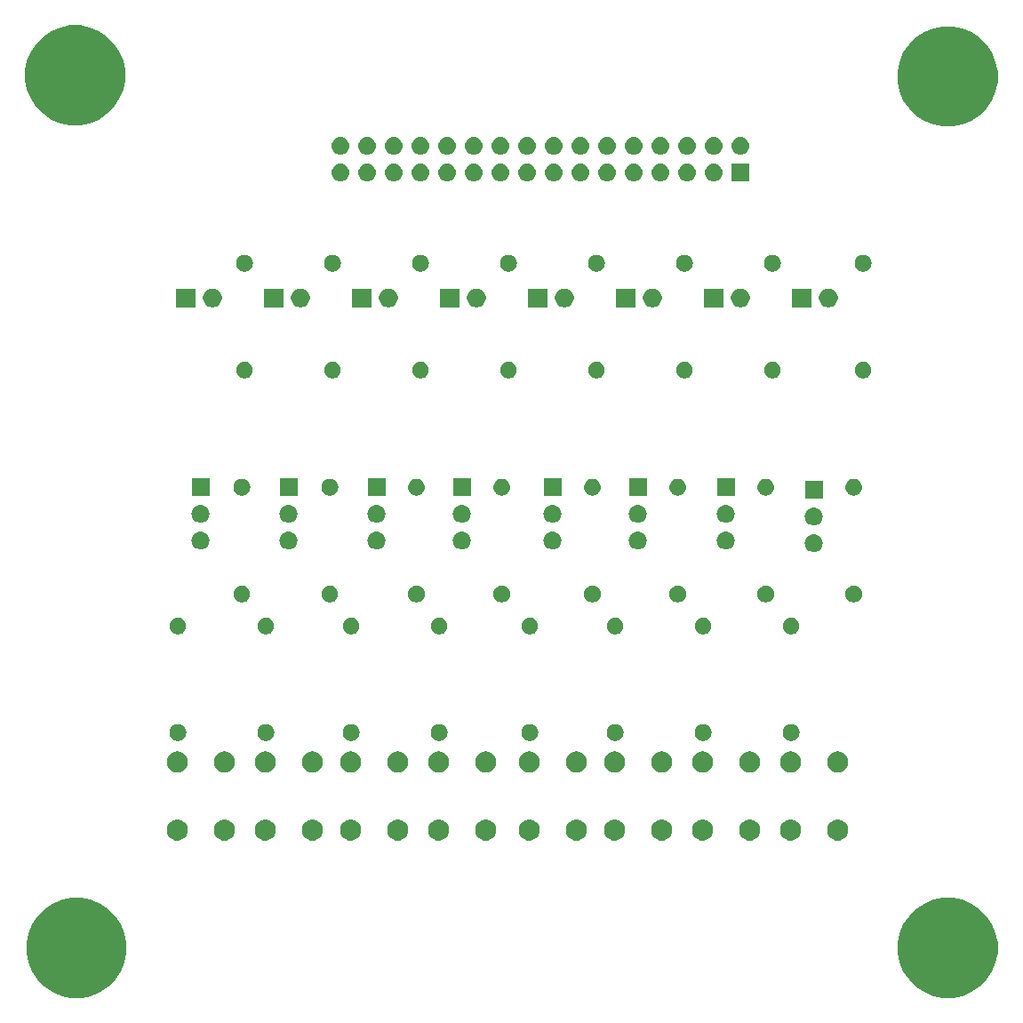
<source format=gbr>
G04 #@! TF.GenerationSoftware,KiCad,Pcbnew,(5.0.2)-1*
G04 #@! TF.CreationDate,2021-06-23T11:48:33-04:00*
G04 #@! TF.ProjectId,LEDS-SWITCHES _2,4c454453-2d53-4574-9954-43484553205f,2*
G04 #@! TF.SameCoordinates,Original*
G04 #@! TF.FileFunction,Soldermask,Top*
G04 #@! TF.FilePolarity,Negative*
%FSLAX46Y46*%
G04 Gerber Fmt 4.6, Leading zero omitted, Abs format (unit mm)*
G04 Created by KiCad (PCBNEW (5.0.2)-1) date 6/23/2021 11:48:33 AM*
%MOMM*%
%LPD*%
G01*
G04 APERTURE LIST*
%ADD10C,0.150000*%
G04 APERTURE END LIST*
D10*
G36*
X100389169Y-94420519D02*
X101255889Y-94779526D01*
X102035920Y-95300726D01*
X102699274Y-95964080D01*
X103220474Y-96744111D01*
X103579481Y-97610831D01*
X103762500Y-98530933D01*
X103762500Y-99469067D01*
X103579481Y-100389169D01*
X103220474Y-101255889D01*
X102699274Y-102035920D01*
X102035920Y-102699274D01*
X101255889Y-103220474D01*
X100389169Y-103579481D01*
X99469067Y-103762500D01*
X98530933Y-103762500D01*
X97610831Y-103579481D01*
X96744111Y-103220474D01*
X95964080Y-102699274D01*
X95300726Y-102035920D01*
X94779526Y-101255889D01*
X94420519Y-100389169D01*
X94237500Y-99469067D01*
X94237500Y-98530933D01*
X94420519Y-97610831D01*
X94779526Y-96744111D01*
X95300726Y-95964080D01*
X95964080Y-95300726D01*
X96744111Y-94779526D01*
X97610831Y-94420519D01*
X98530933Y-94237500D01*
X99469067Y-94237500D01*
X100389169Y-94420519D01*
X100389169Y-94420519D01*
G37*
G36*
X17389169Y-94420519D02*
X18255889Y-94779526D01*
X19035920Y-95300726D01*
X19699274Y-95964080D01*
X20220474Y-96744111D01*
X20579481Y-97610831D01*
X20762500Y-98530933D01*
X20762500Y-99469067D01*
X20579481Y-100389169D01*
X20220474Y-101255889D01*
X19699274Y-102035920D01*
X19035920Y-102699274D01*
X18255889Y-103220474D01*
X17389169Y-103579481D01*
X16469067Y-103762500D01*
X15530933Y-103762500D01*
X14610831Y-103579481D01*
X13744111Y-103220474D01*
X12964080Y-102699274D01*
X12300726Y-102035920D01*
X11779526Y-101255889D01*
X11420519Y-100389169D01*
X11237500Y-99469067D01*
X11237500Y-98530933D01*
X11420519Y-97610831D01*
X11779526Y-96744111D01*
X12300726Y-95964080D01*
X12964080Y-95300726D01*
X13744111Y-94779526D01*
X14610831Y-94420519D01*
X15530933Y-94237500D01*
X16469067Y-94237500D01*
X17389169Y-94420519D01*
X17389169Y-94420519D01*
G37*
G36*
X88694770Y-86795372D02*
X88810689Y-86818429D01*
X88992678Y-86893811D01*
X89156463Y-87003249D01*
X89295751Y-87142537D01*
X89405189Y-87306322D01*
X89480571Y-87488311D01*
X89519000Y-87681509D01*
X89519000Y-87878491D01*
X89480571Y-88071689D01*
X89405189Y-88253678D01*
X89295751Y-88417463D01*
X89156463Y-88556751D01*
X88992678Y-88666189D01*
X88810689Y-88741571D01*
X88694770Y-88764628D01*
X88617493Y-88780000D01*
X88420507Y-88780000D01*
X88343230Y-88764628D01*
X88227311Y-88741571D01*
X88045322Y-88666189D01*
X87881537Y-88556751D01*
X87742249Y-88417463D01*
X87632811Y-88253678D01*
X87557429Y-88071689D01*
X87519000Y-87878491D01*
X87519000Y-87681509D01*
X87557429Y-87488311D01*
X87632811Y-87306322D01*
X87742249Y-87142537D01*
X87881537Y-87003249D01*
X88045322Y-86893811D01*
X88227311Y-86818429D01*
X88343230Y-86795372D01*
X88420507Y-86780000D01*
X88617493Y-86780000D01*
X88694770Y-86795372D01*
X88694770Y-86795372D01*
G37*
G36*
X55166770Y-86795372D02*
X55282689Y-86818429D01*
X55464678Y-86893811D01*
X55628463Y-87003249D01*
X55767751Y-87142537D01*
X55877189Y-87306322D01*
X55952571Y-87488311D01*
X55991000Y-87681509D01*
X55991000Y-87878491D01*
X55952571Y-88071689D01*
X55877189Y-88253678D01*
X55767751Y-88417463D01*
X55628463Y-88556751D01*
X55464678Y-88666189D01*
X55282689Y-88741571D01*
X55166770Y-88764628D01*
X55089493Y-88780000D01*
X54892507Y-88780000D01*
X54815230Y-88764628D01*
X54699311Y-88741571D01*
X54517322Y-88666189D01*
X54353537Y-88556751D01*
X54214249Y-88417463D01*
X54104811Y-88253678D01*
X54029429Y-88071689D01*
X53991000Y-87878491D01*
X53991000Y-87681509D01*
X54029429Y-87488311D01*
X54104811Y-87306322D01*
X54214249Y-87142537D01*
X54353537Y-87003249D01*
X54517322Y-86893811D01*
X54699311Y-86818429D01*
X54815230Y-86795372D01*
X54892507Y-86780000D01*
X55089493Y-86780000D01*
X55166770Y-86795372D01*
X55166770Y-86795372D01*
G37*
G36*
X84194770Y-86795372D02*
X84310689Y-86818429D01*
X84492678Y-86893811D01*
X84656463Y-87003249D01*
X84795751Y-87142537D01*
X84905189Y-87306322D01*
X84980571Y-87488311D01*
X85019000Y-87681509D01*
X85019000Y-87878491D01*
X84980571Y-88071689D01*
X84905189Y-88253678D01*
X84795751Y-88417463D01*
X84656463Y-88556751D01*
X84492678Y-88666189D01*
X84310689Y-88741571D01*
X84194770Y-88764628D01*
X84117493Y-88780000D01*
X83920507Y-88780000D01*
X83843230Y-88764628D01*
X83727311Y-88741571D01*
X83545322Y-88666189D01*
X83381537Y-88556751D01*
X83242249Y-88417463D01*
X83132811Y-88253678D01*
X83057429Y-88071689D01*
X83019000Y-87878491D01*
X83019000Y-87681509D01*
X83057429Y-87488311D01*
X83132811Y-87306322D01*
X83242249Y-87142537D01*
X83381537Y-87003249D01*
X83545322Y-86893811D01*
X83727311Y-86818429D01*
X83843230Y-86795372D01*
X83920507Y-86780000D01*
X84117493Y-86780000D01*
X84194770Y-86795372D01*
X84194770Y-86795372D01*
G37*
G36*
X25774770Y-86795372D02*
X25890689Y-86818429D01*
X26072678Y-86893811D01*
X26236463Y-87003249D01*
X26375751Y-87142537D01*
X26485189Y-87306322D01*
X26560571Y-87488311D01*
X26599000Y-87681509D01*
X26599000Y-87878491D01*
X26560571Y-88071689D01*
X26485189Y-88253678D01*
X26375751Y-88417463D01*
X26236463Y-88556751D01*
X26072678Y-88666189D01*
X25890689Y-88741571D01*
X25774770Y-88764628D01*
X25697493Y-88780000D01*
X25500507Y-88780000D01*
X25423230Y-88764628D01*
X25307311Y-88741571D01*
X25125322Y-88666189D01*
X24961537Y-88556751D01*
X24822249Y-88417463D01*
X24712811Y-88253678D01*
X24637429Y-88071689D01*
X24599000Y-87878491D01*
X24599000Y-87681509D01*
X24637429Y-87488311D01*
X24712811Y-87306322D01*
X24822249Y-87142537D01*
X24961537Y-87003249D01*
X25125322Y-86893811D01*
X25307311Y-86818429D01*
X25423230Y-86795372D01*
X25500507Y-86780000D01*
X25697493Y-86780000D01*
X25774770Y-86795372D01*
X25774770Y-86795372D01*
G37*
G36*
X30274770Y-86795372D02*
X30390689Y-86818429D01*
X30572678Y-86893811D01*
X30736463Y-87003249D01*
X30875751Y-87142537D01*
X30985189Y-87306322D01*
X31060571Y-87488311D01*
X31099000Y-87681509D01*
X31099000Y-87878491D01*
X31060571Y-88071689D01*
X30985189Y-88253678D01*
X30875751Y-88417463D01*
X30736463Y-88556751D01*
X30572678Y-88666189D01*
X30390689Y-88741571D01*
X30274770Y-88764628D01*
X30197493Y-88780000D01*
X30000507Y-88780000D01*
X29923230Y-88764628D01*
X29807311Y-88741571D01*
X29625322Y-88666189D01*
X29461537Y-88556751D01*
X29322249Y-88417463D01*
X29212811Y-88253678D01*
X29137429Y-88071689D01*
X29099000Y-87878491D01*
X29099000Y-87681509D01*
X29137429Y-87488311D01*
X29212811Y-87306322D01*
X29322249Y-87142537D01*
X29461537Y-87003249D01*
X29625322Y-86893811D01*
X29807311Y-86818429D01*
X29923230Y-86795372D01*
X30000507Y-86780000D01*
X30197493Y-86780000D01*
X30274770Y-86795372D01*
X30274770Y-86795372D01*
G37*
G36*
X38656770Y-86795372D02*
X38772689Y-86818429D01*
X38954678Y-86893811D01*
X39118463Y-87003249D01*
X39257751Y-87142537D01*
X39367189Y-87306322D01*
X39442571Y-87488311D01*
X39481000Y-87681509D01*
X39481000Y-87878491D01*
X39442571Y-88071689D01*
X39367189Y-88253678D01*
X39257751Y-88417463D01*
X39118463Y-88556751D01*
X38954678Y-88666189D01*
X38772689Y-88741571D01*
X38656770Y-88764628D01*
X38579493Y-88780000D01*
X38382507Y-88780000D01*
X38305230Y-88764628D01*
X38189311Y-88741571D01*
X38007322Y-88666189D01*
X37843537Y-88556751D01*
X37704249Y-88417463D01*
X37594811Y-88253678D01*
X37519429Y-88071689D01*
X37481000Y-87878491D01*
X37481000Y-87681509D01*
X37519429Y-87488311D01*
X37594811Y-87306322D01*
X37704249Y-87142537D01*
X37843537Y-87003249D01*
X38007322Y-86893811D01*
X38189311Y-86818429D01*
X38305230Y-86795372D01*
X38382507Y-86780000D01*
X38579493Y-86780000D01*
X38656770Y-86795372D01*
X38656770Y-86795372D01*
G37*
G36*
X34156770Y-86795372D02*
X34272689Y-86818429D01*
X34454678Y-86893811D01*
X34618463Y-87003249D01*
X34757751Y-87142537D01*
X34867189Y-87306322D01*
X34942571Y-87488311D01*
X34981000Y-87681509D01*
X34981000Y-87878491D01*
X34942571Y-88071689D01*
X34867189Y-88253678D01*
X34757751Y-88417463D01*
X34618463Y-88556751D01*
X34454678Y-88666189D01*
X34272689Y-88741571D01*
X34156770Y-88764628D01*
X34079493Y-88780000D01*
X33882507Y-88780000D01*
X33805230Y-88764628D01*
X33689311Y-88741571D01*
X33507322Y-88666189D01*
X33343537Y-88556751D01*
X33204249Y-88417463D01*
X33094811Y-88253678D01*
X33019429Y-88071689D01*
X32981000Y-87878491D01*
X32981000Y-87681509D01*
X33019429Y-87488311D01*
X33094811Y-87306322D01*
X33204249Y-87142537D01*
X33343537Y-87003249D01*
X33507322Y-86893811D01*
X33689311Y-86818429D01*
X33805230Y-86795372D01*
X33882507Y-86780000D01*
X34079493Y-86780000D01*
X34156770Y-86795372D01*
X34156770Y-86795372D01*
G37*
G36*
X42284770Y-86795372D02*
X42400689Y-86818429D01*
X42582678Y-86893811D01*
X42746463Y-87003249D01*
X42885751Y-87142537D01*
X42995189Y-87306322D01*
X43070571Y-87488311D01*
X43109000Y-87681509D01*
X43109000Y-87878491D01*
X43070571Y-88071689D01*
X42995189Y-88253678D01*
X42885751Y-88417463D01*
X42746463Y-88556751D01*
X42582678Y-88666189D01*
X42400689Y-88741571D01*
X42284770Y-88764628D01*
X42207493Y-88780000D01*
X42010507Y-88780000D01*
X41933230Y-88764628D01*
X41817311Y-88741571D01*
X41635322Y-88666189D01*
X41471537Y-88556751D01*
X41332249Y-88417463D01*
X41222811Y-88253678D01*
X41147429Y-88071689D01*
X41109000Y-87878491D01*
X41109000Y-87681509D01*
X41147429Y-87488311D01*
X41222811Y-87306322D01*
X41332249Y-87142537D01*
X41471537Y-87003249D01*
X41635322Y-86893811D01*
X41817311Y-86818429D01*
X41933230Y-86795372D01*
X42010507Y-86780000D01*
X42207493Y-86780000D01*
X42284770Y-86795372D01*
X42284770Y-86795372D01*
G37*
G36*
X46784770Y-86795372D02*
X46900689Y-86818429D01*
X47082678Y-86893811D01*
X47246463Y-87003249D01*
X47385751Y-87142537D01*
X47495189Y-87306322D01*
X47570571Y-87488311D01*
X47609000Y-87681509D01*
X47609000Y-87878491D01*
X47570571Y-88071689D01*
X47495189Y-88253678D01*
X47385751Y-88417463D01*
X47246463Y-88556751D01*
X47082678Y-88666189D01*
X46900689Y-88741571D01*
X46784770Y-88764628D01*
X46707493Y-88780000D01*
X46510507Y-88780000D01*
X46433230Y-88764628D01*
X46317311Y-88741571D01*
X46135322Y-88666189D01*
X45971537Y-88556751D01*
X45832249Y-88417463D01*
X45722811Y-88253678D01*
X45647429Y-88071689D01*
X45609000Y-87878491D01*
X45609000Y-87681509D01*
X45647429Y-87488311D01*
X45722811Y-87306322D01*
X45832249Y-87142537D01*
X45971537Y-87003249D01*
X46135322Y-86893811D01*
X46317311Y-86818429D01*
X46433230Y-86795372D01*
X46510507Y-86780000D01*
X46707493Y-86780000D01*
X46784770Y-86795372D01*
X46784770Y-86795372D01*
G37*
G36*
X50666770Y-86795372D02*
X50782689Y-86818429D01*
X50964678Y-86893811D01*
X51128463Y-87003249D01*
X51267751Y-87142537D01*
X51377189Y-87306322D01*
X51452571Y-87488311D01*
X51491000Y-87681509D01*
X51491000Y-87878491D01*
X51452571Y-88071689D01*
X51377189Y-88253678D01*
X51267751Y-88417463D01*
X51128463Y-88556751D01*
X50964678Y-88666189D01*
X50782689Y-88741571D01*
X50666770Y-88764628D01*
X50589493Y-88780000D01*
X50392507Y-88780000D01*
X50315230Y-88764628D01*
X50199311Y-88741571D01*
X50017322Y-88666189D01*
X49853537Y-88556751D01*
X49714249Y-88417463D01*
X49604811Y-88253678D01*
X49529429Y-88071689D01*
X49491000Y-87878491D01*
X49491000Y-87681509D01*
X49529429Y-87488311D01*
X49604811Y-87306322D01*
X49714249Y-87142537D01*
X49853537Y-87003249D01*
X50017322Y-86893811D01*
X50199311Y-86818429D01*
X50315230Y-86795372D01*
X50392507Y-86780000D01*
X50589493Y-86780000D01*
X50666770Y-86795372D01*
X50666770Y-86795372D01*
G37*
G36*
X59302770Y-86795372D02*
X59418689Y-86818429D01*
X59600678Y-86893811D01*
X59764463Y-87003249D01*
X59903751Y-87142537D01*
X60013189Y-87306322D01*
X60088571Y-87488311D01*
X60127000Y-87681509D01*
X60127000Y-87878491D01*
X60088571Y-88071689D01*
X60013189Y-88253678D01*
X59903751Y-88417463D01*
X59764463Y-88556751D01*
X59600678Y-88666189D01*
X59418689Y-88741571D01*
X59302770Y-88764628D01*
X59225493Y-88780000D01*
X59028507Y-88780000D01*
X58951230Y-88764628D01*
X58835311Y-88741571D01*
X58653322Y-88666189D01*
X58489537Y-88556751D01*
X58350249Y-88417463D01*
X58240811Y-88253678D01*
X58165429Y-88071689D01*
X58127000Y-87878491D01*
X58127000Y-87681509D01*
X58165429Y-87488311D01*
X58240811Y-87306322D01*
X58350249Y-87142537D01*
X58489537Y-87003249D01*
X58653322Y-86893811D01*
X58835311Y-86818429D01*
X58951230Y-86795372D01*
X59028507Y-86780000D01*
X59225493Y-86780000D01*
X59302770Y-86795372D01*
X59302770Y-86795372D01*
G37*
G36*
X63802770Y-86795372D02*
X63918689Y-86818429D01*
X64100678Y-86893811D01*
X64264463Y-87003249D01*
X64403751Y-87142537D01*
X64513189Y-87306322D01*
X64588571Y-87488311D01*
X64627000Y-87681509D01*
X64627000Y-87878491D01*
X64588571Y-88071689D01*
X64513189Y-88253678D01*
X64403751Y-88417463D01*
X64264463Y-88556751D01*
X64100678Y-88666189D01*
X63918689Y-88741571D01*
X63802770Y-88764628D01*
X63725493Y-88780000D01*
X63528507Y-88780000D01*
X63451230Y-88764628D01*
X63335311Y-88741571D01*
X63153322Y-88666189D01*
X62989537Y-88556751D01*
X62850249Y-88417463D01*
X62740811Y-88253678D01*
X62665429Y-88071689D01*
X62627000Y-87878491D01*
X62627000Y-87681509D01*
X62665429Y-87488311D01*
X62740811Y-87306322D01*
X62850249Y-87142537D01*
X62989537Y-87003249D01*
X63153322Y-86893811D01*
X63335311Y-86818429D01*
X63451230Y-86795372D01*
X63528507Y-86780000D01*
X63725493Y-86780000D01*
X63802770Y-86795372D01*
X63802770Y-86795372D01*
G37*
G36*
X71930770Y-86795372D02*
X72046689Y-86818429D01*
X72228678Y-86893811D01*
X72392463Y-87003249D01*
X72531751Y-87142537D01*
X72641189Y-87306322D01*
X72716571Y-87488311D01*
X72755000Y-87681509D01*
X72755000Y-87878491D01*
X72716571Y-88071689D01*
X72641189Y-88253678D01*
X72531751Y-88417463D01*
X72392463Y-88556751D01*
X72228678Y-88666189D01*
X72046689Y-88741571D01*
X71930770Y-88764628D01*
X71853493Y-88780000D01*
X71656507Y-88780000D01*
X71579230Y-88764628D01*
X71463311Y-88741571D01*
X71281322Y-88666189D01*
X71117537Y-88556751D01*
X70978249Y-88417463D01*
X70868811Y-88253678D01*
X70793429Y-88071689D01*
X70755000Y-87878491D01*
X70755000Y-87681509D01*
X70793429Y-87488311D01*
X70868811Y-87306322D01*
X70978249Y-87142537D01*
X71117537Y-87003249D01*
X71281322Y-86893811D01*
X71463311Y-86818429D01*
X71579230Y-86795372D01*
X71656507Y-86780000D01*
X71853493Y-86780000D01*
X71930770Y-86795372D01*
X71930770Y-86795372D01*
G37*
G36*
X67430770Y-86795372D02*
X67546689Y-86818429D01*
X67728678Y-86893811D01*
X67892463Y-87003249D01*
X68031751Y-87142537D01*
X68141189Y-87306322D01*
X68216571Y-87488311D01*
X68255000Y-87681509D01*
X68255000Y-87878491D01*
X68216571Y-88071689D01*
X68141189Y-88253678D01*
X68031751Y-88417463D01*
X67892463Y-88556751D01*
X67728678Y-88666189D01*
X67546689Y-88741571D01*
X67430770Y-88764628D01*
X67353493Y-88780000D01*
X67156507Y-88780000D01*
X67079230Y-88764628D01*
X66963311Y-88741571D01*
X66781322Y-88666189D01*
X66617537Y-88556751D01*
X66478249Y-88417463D01*
X66368811Y-88253678D01*
X66293429Y-88071689D01*
X66255000Y-87878491D01*
X66255000Y-87681509D01*
X66293429Y-87488311D01*
X66368811Y-87306322D01*
X66478249Y-87142537D01*
X66617537Y-87003249D01*
X66781322Y-86893811D01*
X66963311Y-86818429D01*
X67079230Y-86795372D01*
X67156507Y-86780000D01*
X67353493Y-86780000D01*
X67430770Y-86795372D01*
X67430770Y-86795372D01*
G37*
G36*
X75812770Y-86795372D02*
X75928689Y-86818429D01*
X76110678Y-86893811D01*
X76274463Y-87003249D01*
X76413751Y-87142537D01*
X76523189Y-87306322D01*
X76598571Y-87488311D01*
X76637000Y-87681509D01*
X76637000Y-87878491D01*
X76598571Y-88071689D01*
X76523189Y-88253678D01*
X76413751Y-88417463D01*
X76274463Y-88556751D01*
X76110678Y-88666189D01*
X75928689Y-88741571D01*
X75812770Y-88764628D01*
X75735493Y-88780000D01*
X75538507Y-88780000D01*
X75461230Y-88764628D01*
X75345311Y-88741571D01*
X75163322Y-88666189D01*
X74999537Y-88556751D01*
X74860249Y-88417463D01*
X74750811Y-88253678D01*
X74675429Y-88071689D01*
X74637000Y-87878491D01*
X74637000Y-87681509D01*
X74675429Y-87488311D01*
X74750811Y-87306322D01*
X74860249Y-87142537D01*
X74999537Y-87003249D01*
X75163322Y-86893811D01*
X75345311Y-86818429D01*
X75461230Y-86795372D01*
X75538507Y-86780000D01*
X75735493Y-86780000D01*
X75812770Y-86795372D01*
X75812770Y-86795372D01*
G37*
G36*
X80312770Y-86795372D02*
X80428689Y-86818429D01*
X80610678Y-86893811D01*
X80774463Y-87003249D01*
X80913751Y-87142537D01*
X81023189Y-87306322D01*
X81098571Y-87488311D01*
X81137000Y-87681509D01*
X81137000Y-87878491D01*
X81098571Y-88071689D01*
X81023189Y-88253678D01*
X80913751Y-88417463D01*
X80774463Y-88556751D01*
X80610678Y-88666189D01*
X80428689Y-88741571D01*
X80312770Y-88764628D01*
X80235493Y-88780000D01*
X80038507Y-88780000D01*
X79961230Y-88764628D01*
X79845311Y-88741571D01*
X79663322Y-88666189D01*
X79499537Y-88556751D01*
X79360249Y-88417463D01*
X79250811Y-88253678D01*
X79175429Y-88071689D01*
X79137000Y-87878491D01*
X79137000Y-87681509D01*
X79175429Y-87488311D01*
X79250811Y-87306322D01*
X79360249Y-87142537D01*
X79499537Y-87003249D01*
X79663322Y-86893811D01*
X79845311Y-86818429D01*
X79961230Y-86795372D01*
X80038507Y-86780000D01*
X80235493Y-86780000D01*
X80312770Y-86795372D01*
X80312770Y-86795372D01*
G37*
G36*
X25774770Y-80295372D02*
X25890689Y-80318429D01*
X26072678Y-80393811D01*
X26236463Y-80503249D01*
X26375751Y-80642537D01*
X26485189Y-80806322D01*
X26560571Y-80988311D01*
X26599000Y-81181509D01*
X26599000Y-81378491D01*
X26560571Y-81571689D01*
X26485189Y-81753678D01*
X26375751Y-81917463D01*
X26236463Y-82056751D01*
X26072678Y-82166189D01*
X25890689Y-82241571D01*
X25774770Y-82264628D01*
X25697493Y-82280000D01*
X25500507Y-82280000D01*
X25423230Y-82264628D01*
X25307311Y-82241571D01*
X25125322Y-82166189D01*
X24961537Y-82056751D01*
X24822249Y-81917463D01*
X24712811Y-81753678D01*
X24637429Y-81571689D01*
X24599000Y-81378491D01*
X24599000Y-81181509D01*
X24637429Y-80988311D01*
X24712811Y-80806322D01*
X24822249Y-80642537D01*
X24961537Y-80503249D01*
X25125322Y-80393811D01*
X25307311Y-80318429D01*
X25423230Y-80295372D01*
X25500507Y-80280000D01*
X25697493Y-80280000D01*
X25774770Y-80295372D01*
X25774770Y-80295372D01*
G37*
G36*
X88694770Y-80295372D02*
X88810689Y-80318429D01*
X88992678Y-80393811D01*
X89156463Y-80503249D01*
X89295751Y-80642537D01*
X89405189Y-80806322D01*
X89480571Y-80988311D01*
X89519000Y-81181509D01*
X89519000Y-81378491D01*
X89480571Y-81571689D01*
X89405189Y-81753678D01*
X89295751Y-81917463D01*
X89156463Y-82056751D01*
X88992678Y-82166189D01*
X88810689Y-82241571D01*
X88694770Y-82264628D01*
X88617493Y-82280000D01*
X88420507Y-82280000D01*
X88343230Y-82264628D01*
X88227311Y-82241571D01*
X88045322Y-82166189D01*
X87881537Y-82056751D01*
X87742249Y-81917463D01*
X87632811Y-81753678D01*
X87557429Y-81571689D01*
X87519000Y-81378491D01*
X87519000Y-81181509D01*
X87557429Y-80988311D01*
X87632811Y-80806322D01*
X87742249Y-80642537D01*
X87881537Y-80503249D01*
X88045322Y-80393811D01*
X88227311Y-80318429D01*
X88343230Y-80295372D01*
X88420507Y-80280000D01*
X88617493Y-80280000D01*
X88694770Y-80295372D01*
X88694770Y-80295372D01*
G37*
G36*
X80312770Y-80295372D02*
X80428689Y-80318429D01*
X80610678Y-80393811D01*
X80774463Y-80503249D01*
X80913751Y-80642537D01*
X81023189Y-80806322D01*
X81098571Y-80988311D01*
X81137000Y-81181509D01*
X81137000Y-81378491D01*
X81098571Y-81571689D01*
X81023189Y-81753678D01*
X80913751Y-81917463D01*
X80774463Y-82056751D01*
X80610678Y-82166189D01*
X80428689Y-82241571D01*
X80312770Y-82264628D01*
X80235493Y-82280000D01*
X80038507Y-82280000D01*
X79961230Y-82264628D01*
X79845311Y-82241571D01*
X79663322Y-82166189D01*
X79499537Y-82056751D01*
X79360249Y-81917463D01*
X79250811Y-81753678D01*
X79175429Y-81571689D01*
X79137000Y-81378491D01*
X79137000Y-81181509D01*
X79175429Y-80988311D01*
X79250811Y-80806322D01*
X79360249Y-80642537D01*
X79499537Y-80503249D01*
X79663322Y-80393811D01*
X79845311Y-80318429D01*
X79961230Y-80295372D01*
X80038507Y-80280000D01*
X80235493Y-80280000D01*
X80312770Y-80295372D01*
X80312770Y-80295372D01*
G37*
G36*
X75812770Y-80295372D02*
X75928689Y-80318429D01*
X76110678Y-80393811D01*
X76274463Y-80503249D01*
X76413751Y-80642537D01*
X76523189Y-80806322D01*
X76598571Y-80988311D01*
X76637000Y-81181509D01*
X76637000Y-81378491D01*
X76598571Y-81571689D01*
X76523189Y-81753678D01*
X76413751Y-81917463D01*
X76274463Y-82056751D01*
X76110678Y-82166189D01*
X75928689Y-82241571D01*
X75812770Y-82264628D01*
X75735493Y-82280000D01*
X75538507Y-82280000D01*
X75461230Y-82264628D01*
X75345311Y-82241571D01*
X75163322Y-82166189D01*
X74999537Y-82056751D01*
X74860249Y-81917463D01*
X74750811Y-81753678D01*
X74675429Y-81571689D01*
X74637000Y-81378491D01*
X74637000Y-81181509D01*
X74675429Y-80988311D01*
X74750811Y-80806322D01*
X74860249Y-80642537D01*
X74999537Y-80503249D01*
X75163322Y-80393811D01*
X75345311Y-80318429D01*
X75461230Y-80295372D01*
X75538507Y-80280000D01*
X75735493Y-80280000D01*
X75812770Y-80295372D01*
X75812770Y-80295372D01*
G37*
G36*
X67430770Y-80295372D02*
X67546689Y-80318429D01*
X67728678Y-80393811D01*
X67892463Y-80503249D01*
X68031751Y-80642537D01*
X68141189Y-80806322D01*
X68216571Y-80988311D01*
X68255000Y-81181509D01*
X68255000Y-81378491D01*
X68216571Y-81571689D01*
X68141189Y-81753678D01*
X68031751Y-81917463D01*
X67892463Y-82056751D01*
X67728678Y-82166189D01*
X67546689Y-82241571D01*
X67430770Y-82264628D01*
X67353493Y-82280000D01*
X67156507Y-82280000D01*
X67079230Y-82264628D01*
X66963311Y-82241571D01*
X66781322Y-82166189D01*
X66617537Y-82056751D01*
X66478249Y-81917463D01*
X66368811Y-81753678D01*
X66293429Y-81571689D01*
X66255000Y-81378491D01*
X66255000Y-81181509D01*
X66293429Y-80988311D01*
X66368811Y-80806322D01*
X66478249Y-80642537D01*
X66617537Y-80503249D01*
X66781322Y-80393811D01*
X66963311Y-80318429D01*
X67079230Y-80295372D01*
X67156507Y-80280000D01*
X67353493Y-80280000D01*
X67430770Y-80295372D01*
X67430770Y-80295372D01*
G37*
G36*
X71930770Y-80295372D02*
X72046689Y-80318429D01*
X72228678Y-80393811D01*
X72392463Y-80503249D01*
X72531751Y-80642537D01*
X72641189Y-80806322D01*
X72716571Y-80988311D01*
X72755000Y-81181509D01*
X72755000Y-81378491D01*
X72716571Y-81571689D01*
X72641189Y-81753678D01*
X72531751Y-81917463D01*
X72392463Y-82056751D01*
X72228678Y-82166189D01*
X72046689Y-82241571D01*
X71930770Y-82264628D01*
X71853493Y-82280000D01*
X71656507Y-82280000D01*
X71579230Y-82264628D01*
X71463311Y-82241571D01*
X71281322Y-82166189D01*
X71117537Y-82056751D01*
X70978249Y-81917463D01*
X70868811Y-81753678D01*
X70793429Y-81571689D01*
X70755000Y-81378491D01*
X70755000Y-81181509D01*
X70793429Y-80988311D01*
X70868811Y-80806322D01*
X70978249Y-80642537D01*
X71117537Y-80503249D01*
X71281322Y-80393811D01*
X71463311Y-80318429D01*
X71579230Y-80295372D01*
X71656507Y-80280000D01*
X71853493Y-80280000D01*
X71930770Y-80295372D01*
X71930770Y-80295372D01*
G37*
G36*
X63802770Y-80295372D02*
X63918689Y-80318429D01*
X64100678Y-80393811D01*
X64264463Y-80503249D01*
X64403751Y-80642537D01*
X64513189Y-80806322D01*
X64588571Y-80988311D01*
X64627000Y-81181509D01*
X64627000Y-81378491D01*
X64588571Y-81571689D01*
X64513189Y-81753678D01*
X64403751Y-81917463D01*
X64264463Y-82056751D01*
X64100678Y-82166189D01*
X63918689Y-82241571D01*
X63802770Y-82264628D01*
X63725493Y-82280000D01*
X63528507Y-82280000D01*
X63451230Y-82264628D01*
X63335311Y-82241571D01*
X63153322Y-82166189D01*
X62989537Y-82056751D01*
X62850249Y-81917463D01*
X62740811Y-81753678D01*
X62665429Y-81571689D01*
X62627000Y-81378491D01*
X62627000Y-81181509D01*
X62665429Y-80988311D01*
X62740811Y-80806322D01*
X62850249Y-80642537D01*
X62989537Y-80503249D01*
X63153322Y-80393811D01*
X63335311Y-80318429D01*
X63451230Y-80295372D01*
X63528507Y-80280000D01*
X63725493Y-80280000D01*
X63802770Y-80295372D01*
X63802770Y-80295372D01*
G37*
G36*
X59302770Y-80295372D02*
X59418689Y-80318429D01*
X59600678Y-80393811D01*
X59764463Y-80503249D01*
X59903751Y-80642537D01*
X60013189Y-80806322D01*
X60088571Y-80988311D01*
X60127000Y-81181509D01*
X60127000Y-81378491D01*
X60088571Y-81571689D01*
X60013189Y-81753678D01*
X59903751Y-81917463D01*
X59764463Y-82056751D01*
X59600678Y-82166189D01*
X59418689Y-82241571D01*
X59302770Y-82264628D01*
X59225493Y-82280000D01*
X59028507Y-82280000D01*
X58951230Y-82264628D01*
X58835311Y-82241571D01*
X58653322Y-82166189D01*
X58489537Y-82056751D01*
X58350249Y-81917463D01*
X58240811Y-81753678D01*
X58165429Y-81571689D01*
X58127000Y-81378491D01*
X58127000Y-81181509D01*
X58165429Y-80988311D01*
X58240811Y-80806322D01*
X58350249Y-80642537D01*
X58489537Y-80503249D01*
X58653322Y-80393811D01*
X58835311Y-80318429D01*
X58951230Y-80295372D01*
X59028507Y-80280000D01*
X59225493Y-80280000D01*
X59302770Y-80295372D01*
X59302770Y-80295372D01*
G37*
G36*
X50666770Y-80295372D02*
X50782689Y-80318429D01*
X50964678Y-80393811D01*
X51128463Y-80503249D01*
X51267751Y-80642537D01*
X51377189Y-80806322D01*
X51452571Y-80988311D01*
X51491000Y-81181509D01*
X51491000Y-81378491D01*
X51452571Y-81571689D01*
X51377189Y-81753678D01*
X51267751Y-81917463D01*
X51128463Y-82056751D01*
X50964678Y-82166189D01*
X50782689Y-82241571D01*
X50666770Y-82264628D01*
X50589493Y-82280000D01*
X50392507Y-82280000D01*
X50315230Y-82264628D01*
X50199311Y-82241571D01*
X50017322Y-82166189D01*
X49853537Y-82056751D01*
X49714249Y-81917463D01*
X49604811Y-81753678D01*
X49529429Y-81571689D01*
X49491000Y-81378491D01*
X49491000Y-81181509D01*
X49529429Y-80988311D01*
X49604811Y-80806322D01*
X49714249Y-80642537D01*
X49853537Y-80503249D01*
X50017322Y-80393811D01*
X50199311Y-80318429D01*
X50315230Y-80295372D01*
X50392507Y-80280000D01*
X50589493Y-80280000D01*
X50666770Y-80295372D01*
X50666770Y-80295372D01*
G37*
G36*
X55166770Y-80295372D02*
X55282689Y-80318429D01*
X55464678Y-80393811D01*
X55628463Y-80503249D01*
X55767751Y-80642537D01*
X55877189Y-80806322D01*
X55952571Y-80988311D01*
X55991000Y-81181509D01*
X55991000Y-81378491D01*
X55952571Y-81571689D01*
X55877189Y-81753678D01*
X55767751Y-81917463D01*
X55628463Y-82056751D01*
X55464678Y-82166189D01*
X55282689Y-82241571D01*
X55166770Y-82264628D01*
X55089493Y-82280000D01*
X54892507Y-82280000D01*
X54815230Y-82264628D01*
X54699311Y-82241571D01*
X54517322Y-82166189D01*
X54353537Y-82056751D01*
X54214249Y-81917463D01*
X54104811Y-81753678D01*
X54029429Y-81571689D01*
X53991000Y-81378491D01*
X53991000Y-81181509D01*
X54029429Y-80988311D01*
X54104811Y-80806322D01*
X54214249Y-80642537D01*
X54353537Y-80503249D01*
X54517322Y-80393811D01*
X54699311Y-80318429D01*
X54815230Y-80295372D01*
X54892507Y-80280000D01*
X55089493Y-80280000D01*
X55166770Y-80295372D01*
X55166770Y-80295372D01*
G37*
G36*
X46784770Y-80295372D02*
X46900689Y-80318429D01*
X47082678Y-80393811D01*
X47246463Y-80503249D01*
X47385751Y-80642537D01*
X47495189Y-80806322D01*
X47570571Y-80988311D01*
X47609000Y-81181509D01*
X47609000Y-81378491D01*
X47570571Y-81571689D01*
X47495189Y-81753678D01*
X47385751Y-81917463D01*
X47246463Y-82056751D01*
X47082678Y-82166189D01*
X46900689Y-82241571D01*
X46784770Y-82264628D01*
X46707493Y-82280000D01*
X46510507Y-82280000D01*
X46433230Y-82264628D01*
X46317311Y-82241571D01*
X46135322Y-82166189D01*
X45971537Y-82056751D01*
X45832249Y-81917463D01*
X45722811Y-81753678D01*
X45647429Y-81571689D01*
X45609000Y-81378491D01*
X45609000Y-81181509D01*
X45647429Y-80988311D01*
X45722811Y-80806322D01*
X45832249Y-80642537D01*
X45971537Y-80503249D01*
X46135322Y-80393811D01*
X46317311Y-80318429D01*
X46433230Y-80295372D01*
X46510507Y-80280000D01*
X46707493Y-80280000D01*
X46784770Y-80295372D01*
X46784770Y-80295372D01*
G37*
G36*
X42284770Y-80295372D02*
X42400689Y-80318429D01*
X42582678Y-80393811D01*
X42746463Y-80503249D01*
X42885751Y-80642537D01*
X42995189Y-80806322D01*
X43070571Y-80988311D01*
X43109000Y-81181509D01*
X43109000Y-81378491D01*
X43070571Y-81571689D01*
X42995189Y-81753678D01*
X42885751Y-81917463D01*
X42746463Y-82056751D01*
X42582678Y-82166189D01*
X42400689Y-82241571D01*
X42284770Y-82264628D01*
X42207493Y-82280000D01*
X42010507Y-82280000D01*
X41933230Y-82264628D01*
X41817311Y-82241571D01*
X41635322Y-82166189D01*
X41471537Y-82056751D01*
X41332249Y-81917463D01*
X41222811Y-81753678D01*
X41147429Y-81571689D01*
X41109000Y-81378491D01*
X41109000Y-81181509D01*
X41147429Y-80988311D01*
X41222811Y-80806322D01*
X41332249Y-80642537D01*
X41471537Y-80503249D01*
X41635322Y-80393811D01*
X41817311Y-80318429D01*
X41933230Y-80295372D01*
X42010507Y-80280000D01*
X42207493Y-80280000D01*
X42284770Y-80295372D01*
X42284770Y-80295372D01*
G37*
G36*
X34156770Y-80295372D02*
X34272689Y-80318429D01*
X34454678Y-80393811D01*
X34618463Y-80503249D01*
X34757751Y-80642537D01*
X34867189Y-80806322D01*
X34942571Y-80988311D01*
X34981000Y-81181509D01*
X34981000Y-81378491D01*
X34942571Y-81571689D01*
X34867189Y-81753678D01*
X34757751Y-81917463D01*
X34618463Y-82056751D01*
X34454678Y-82166189D01*
X34272689Y-82241571D01*
X34156770Y-82264628D01*
X34079493Y-82280000D01*
X33882507Y-82280000D01*
X33805230Y-82264628D01*
X33689311Y-82241571D01*
X33507322Y-82166189D01*
X33343537Y-82056751D01*
X33204249Y-81917463D01*
X33094811Y-81753678D01*
X33019429Y-81571689D01*
X32981000Y-81378491D01*
X32981000Y-81181509D01*
X33019429Y-80988311D01*
X33094811Y-80806322D01*
X33204249Y-80642537D01*
X33343537Y-80503249D01*
X33507322Y-80393811D01*
X33689311Y-80318429D01*
X33805230Y-80295372D01*
X33882507Y-80280000D01*
X34079493Y-80280000D01*
X34156770Y-80295372D01*
X34156770Y-80295372D01*
G37*
G36*
X84194770Y-80295372D02*
X84310689Y-80318429D01*
X84492678Y-80393811D01*
X84656463Y-80503249D01*
X84795751Y-80642537D01*
X84905189Y-80806322D01*
X84980571Y-80988311D01*
X85019000Y-81181509D01*
X85019000Y-81378491D01*
X84980571Y-81571689D01*
X84905189Y-81753678D01*
X84795751Y-81917463D01*
X84656463Y-82056751D01*
X84492678Y-82166189D01*
X84310689Y-82241571D01*
X84194770Y-82264628D01*
X84117493Y-82280000D01*
X83920507Y-82280000D01*
X83843230Y-82264628D01*
X83727311Y-82241571D01*
X83545322Y-82166189D01*
X83381537Y-82056751D01*
X83242249Y-81917463D01*
X83132811Y-81753678D01*
X83057429Y-81571689D01*
X83019000Y-81378491D01*
X83019000Y-81181509D01*
X83057429Y-80988311D01*
X83132811Y-80806322D01*
X83242249Y-80642537D01*
X83381537Y-80503249D01*
X83545322Y-80393811D01*
X83727311Y-80318429D01*
X83843230Y-80295372D01*
X83920507Y-80280000D01*
X84117493Y-80280000D01*
X84194770Y-80295372D01*
X84194770Y-80295372D01*
G37*
G36*
X38656770Y-80295372D02*
X38772689Y-80318429D01*
X38954678Y-80393811D01*
X39118463Y-80503249D01*
X39257751Y-80642537D01*
X39367189Y-80806322D01*
X39442571Y-80988311D01*
X39481000Y-81181509D01*
X39481000Y-81378491D01*
X39442571Y-81571689D01*
X39367189Y-81753678D01*
X39257751Y-81917463D01*
X39118463Y-82056751D01*
X38954678Y-82166189D01*
X38772689Y-82241571D01*
X38656770Y-82264628D01*
X38579493Y-82280000D01*
X38382507Y-82280000D01*
X38305230Y-82264628D01*
X38189311Y-82241571D01*
X38007322Y-82166189D01*
X37843537Y-82056751D01*
X37704249Y-81917463D01*
X37594811Y-81753678D01*
X37519429Y-81571689D01*
X37481000Y-81378491D01*
X37481000Y-81181509D01*
X37519429Y-80988311D01*
X37594811Y-80806322D01*
X37704249Y-80642537D01*
X37843537Y-80503249D01*
X38007322Y-80393811D01*
X38189311Y-80318429D01*
X38305230Y-80295372D01*
X38382507Y-80280000D01*
X38579493Y-80280000D01*
X38656770Y-80295372D01*
X38656770Y-80295372D01*
G37*
G36*
X30274770Y-80295372D02*
X30390689Y-80318429D01*
X30572678Y-80393811D01*
X30736463Y-80503249D01*
X30875751Y-80642537D01*
X30985189Y-80806322D01*
X31060571Y-80988311D01*
X31099000Y-81181509D01*
X31099000Y-81378491D01*
X31060571Y-81571689D01*
X30985189Y-81753678D01*
X30875751Y-81917463D01*
X30736463Y-82056751D01*
X30572678Y-82166189D01*
X30390689Y-82241571D01*
X30274770Y-82264628D01*
X30197493Y-82280000D01*
X30000507Y-82280000D01*
X29923230Y-82264628D01*
X29807311Y-82241571D01*
X29625322Y-82166189D01*
X29461537Y-82056751D01*
X29322249Y-81917463D01*
X29212811Y-81753678D01*
X29137429Y-81571689D01*
X29099000Y-81378491D01*
X29099000Y-81181509D01*
X29137429Y-80988311D01*
X29212811Y-80806322D01*
X29322249Y-80642537D01*
X29461537Y-80503249D01*
X29625322Y-80393811D01*
X29807311Y-80318429D01*
X29923230Y-80295372D01*
X30000507Y-80280000D01*
X30197493Y-80280000D01*
X30274770Y-80295372D01*
X30274770Y-80295372D01*
G37*
G36*
X34153649Y-77693717D02*
X34192827Y-77697576D01*
X34268228Y-77720449D01*
X34343629Y-77743321D01*
X34482608Y-77817608D01*
X34604422Y-77917578D01*
X34704392Y-78039392D01*
X34778679Y-78178371D01*
X34824424Y-78329174D01*
X34839870Y-78486000D01*
X34824424Y-78642826D01*
X34778679Y-78793629D01*
X34704392Y-78932608D01*
X34604422Y-79054422D01*
X34482608Y-79154392D01*
X34343629Y-79228679D01*
X34268227Y-79251552D01*
X34192827Y-79274424D01*
X34153649Y-79278283D01*
X34075295Y-79286000D01*
X33996705Y-79286000D01*
X33918351Y-79278283D01*
X33879173Y-79274424D01*
X33803772Y-79251551D01*
X33728371Y-79228679D01*
X33589392Y-79154392D01*
X33467578Y-79054422D01*
X33367608Y-78932608D01*
X33293321Y-78793629D01*
X33247576Y-78642826D01*
X33232130Y-78486000D01*
X33247576Y-78329174D01*
X33293321Y-78178371D01*
X33367608Y-78039392D01*
X33467578Y-77917578D01*
X33589392Y-77817608D01*
X33728371Y-77743321D01*
X33803772Y-77720449D01*
X33879173Y-77697576D01*
X33918351Y-77693717D01*
X33996705Y-77686000D01*
X34075295Y-77686000D01*
X34153649Y-77693717D01*
X34153649Y-77693717D01*
G37*
G36*
X25771649Y-77693717D02*
X25810827Y-77697576D01*
X25886228Y-77720449D01*
X25961629Y-77743321D01*
X26100608Y-77817608D01*
X26222422Y-77917578D01*
X26322392Y-78039392D01*
X26396679Y-78178371D01*
X26442424Y-78329174D01*
X26457870Y-78486000D01*
X26442424Y-78642826D01*
X26396679Y-78793629D01*
X26322392Y-78932608D01*
X26222422Y-79054422D01*
X26100608Y-79154392D01*
X25961629Y-79228679D01*
X25886227Y-79251552D01*
X25810827Y-79274424D01*
X25771649Y-79278283D01*
X25693295Y-79286000D01*
X25614705Y-79286000D01*
X25536351Y-79278283D01*
X25497173Y-79274424D01*
X25421772Y-79251551D01*
X25346371Y-79228679D01*
X25207392Y-79154392D01*
X25085578Y-79054422D01*
X24985608Y-78932608D01*
X24911321Y-78793629D01*
X24865576Y-78642826D01*
X24850130Y-78486000D01*
X24865576Y-78329174D01*
X24911321Y-78178371D01*
X24985608Y-78039392D01*
X25085578Y-77917578D01*
X25207392Y-77817608D01*
X25346371Y-77743321D01*
X25421772Y-77720449D01*
X25497173Y-77697576D01*
X25536351Y-77693717D01*
X25614705Y-77686000D01*
X25693295Y-77686000D01*
X25771649Y-77693717D01*
X25771649Y-77693717D01*
G37*
G36*
X42281649Y-77693717D02*
X42320827Y-77697576D01*
X42396228Y-77720449D01*
X42471629Y-77743321D01*
X42610608Y-77817608D01*
X42732422Y-77917578D01*
X42832392Y-78039392D01*
X42906679Y-78178371D01*
X42952424Y-78329174D01*
X42967870Y-78486000D01*
X42952424Y-78642826D01*
X42906679Y-78793629D01*
X42832392Y-78932608D01*
X42732422Y-79054422D01*
X42610608Y-79154392D01*
X42471629Y-79228679D01*
X42396227Y-79251552D01*
X42320827Y-79274424D01*
X42281649Y-79278283D01*
X42203295Y-79286000D01*
X42124705Y-79286000D01*
X42046351Y-79278283D01*
X42007173Y-79274424D01*
X41931772Y-79251551D01*
X41856371Y-79228679D01*
X41717392Y-79154392D01*
X41595578Y-79054422D01*
X41495608Y-78932608D01*
X41421321Y-78793629D01*
X41375576Y-78642826D01*
X41360130Y-78486000D01*
X41375576Y-78329174D01*
X41421321Y-78178371D01*
X41495608Y-78039392D01*
X41595578Y-77917578D01*
X41717392Y-77817608D01*
X41856371Y-77743321D01*
X41931772Y-77720449D01*
X42007173Y-77697576D01*
X42046351Y-77693717D01*
X42124705Y-77686000D01*
X42203295Y-77686000D01*
X42281649Y-77693717D01*
X42281649Y-77693717D01*
G37*
G36*
X50663649Y-77693717D02*
X50702827Y-77697576D01*
X50778228Y-77720449D01*
X50853629Y-77743321D01*
X50992608Y-77817608D01*
X51114422Y-77917578D01*
X51214392Y-78039392D01*
X51288679Y-78178371D01*
X51334424Y-78329174D01*
X51349870Y-78486000D01*
X51334424Y-78642826D01*
X51288679Y-78793629D01*
X51214392Y-78932608D01*
X51114422Y-79054422D01*
X50992608Y-79154392D01*
X50853629Y-79228679D01*
X50778227Y-79251552D01*
X50702827Y-79274424D01*
X50663649Y-79278283D01*
X50585295Y-79286000D01*
X50506705Y-79286000D01*
X50428351Y-79278283D01*
X50389173Y-79274424D01*
X50313772Y-79251551D01*
X50238371Y-79228679D01*
X50099392Y-79154392D01*
X49977578Y-79054422D01*
X49877608Y-78932608D01*
X49803321Y-78793629D01*
X49757576Y-78642826D01*
X49742130Y-78486000D01*
X49757576Y-78329174D01*
X49803321Y-78178371D01*
X49877608Y-78039392D01*
X49977578Y-77917578D01*
X50099392Y-77817608D01*
X50238371Y-77743321D01*
X50313772Y-77720449D01*
X50389173Y-77697576D01*
X50428351Y-77693717D01*
X50506705Y-77686000D01*
X50585295Y-77686000D01*
X50663649Y-77693717D01*
X50663649Y-77693717D01*
G37*
G36*
X75809649Y-77693717D02*
X75848827Y-77697576D01*
X75924228Y-77720449D01*
X75999629Y-77743321D01*
X76138608Y-77817608D01*
X76260422Y-77917578D01*
X76360392Y-78039392D01*
X76434679Y-78178371D01*
X76480424Y-78329174D01*
X76495870Y-78486000D01*
X76480424Y-78642826D01*
X76434679Y-78793629D01*
X76360392Y-78932608D01*
X76260422Y-79054422D01*
X76138608Y-79154392D01*
X75999629Y-79228679D01*
X75924227Y-79251552D01*
X75848827Y-79274424D01*
X75809649Y-79278283D01*
X75731295Y-79286000D01*
X75652705Y-79286000D01*
X75574351Y-79278283D01*
X75535173Y-79274424D01*
X75459772Y-79251551D01*
X75384371Y-79228679D01*
X75245392Y-79154392D01*
X75123578Y-79054422D01*
X75023608Y-78932608D01*
X74949321Y-78793629D01*
X74903576Y-78642826D01*
X74888130Y-78486000D01*
X74903576Y-78329174D01*
X74949321Y-78178371D01*
X75023608Y-78039392D01*
X75123578Y-77917578D01*
X75245392Y-77817608D01*
X75384371Y-77743321D01*
X75459772Y-77720449D01*
X75535173Y-77697576D01*
X75574351Y-77693717D01*
X75652705Y-77686000D01*
X75731295Y-77686000D01*
X75809649Y-77693717D01*
X75809649Y-77693717D01*
G37*
G36*
X84191649Y-77693717D02*
X84230827Y-77697576D01*
X84306228Y-77720449D01*
X84381629Y-77743321D01*
X84520608Y-77817608D01*
X84642422Y-77917578D01*
X84742392Y-78039392D01*
X84816679Y-78178371D01*
X84862424Y-78329174D01*
X84877870Y-78486000D01*
X84862424Y-78642826D01*
X84816679Y-78793629D01*
X84742392Y-78932608D01*
X84642422Y-79054422D01*
X84520608Y-79154392D01*
X84381629Y-79228679D01*
X84306227Y-79251552D01*
X84230827Y-79274424D01*
X84191649Y-79278283D01*
X84113295Y-79286000D01*
X84034705Y-79286000D01*
X83956351Y-79278283D01*
X83917173Y-79274424D01*
X83841772Y-79251551D01*
X83766371Y-79228679D01*
X83627392Y-79154392D01*
X83505578Y-79054422D01*
X83405608Y-78932608D01*
X83331321Y-78793629D01*
X83285576Y-78642826D01*
X83270130Y-78486000D01*
X83285576Y-78329174D01*
X83331321Y-78178371D01*
X83405608Y-78039392D01*
X83505578Y-77917578D01*
X83627392Y-77817608D01*
X83766371Y-77743321D01*
X83841772Y-77720449D01*
X83917173Y-77697576D01*
X83956351Y-77693717D01*
X84034705Y-77686000D01*
X84113295Y-77686000D01*
X84191649Y-77693717D01*
X84191649Y-77693717D01*
G37*
G36*
X67427649Y-77693717D02*
X67466827Y-77697576D01*
X67542228Y-77720449D01*
X67617629Y-77743321D01*
X67756608Y-77817608D01*
X67878422Y-77917578D01*
X67978392Y-78039392D01*
X68052679Y-78178371D01*
X68098424Y-78329174D01*
X68113870Y-78486000D01*
X68098424Y-78642826D01*
X68052679Y-78793629D01*
X67978392Y-78932608D01*
X67878422Y-79054422D01*
X67756608Y-79154392D01*
X67617629Y-79228679D01*
X67542227Y-79251552D01*
X67466827Y-79274424D01*
X67427649Y-79278283D01*
X67349295Y-79286000D01*
X67270705Y-79286000D01*
X67192351Y-79278283D01*
X67153173Y-79274424D01*
X67077772Y-79251551D01*
X67002371Y-79228679D01*
X66863392Y-79154392D01*
X66741578Y-79054422D01*
X66641608Y-78932608D01*
X66567321Y-78793629D01*
X66521576Y-78642826D01*
X66506130Y-78486000D01*
X66521576Y-78329174D01*
X66567321Y-78178371D01*
X66641608Y-78039392D01*
X66741578Y-77917578D01*
X66863392Y-77817608D01*
X67002371Y-77743321D01*
X67077772Y-77720449D01*
X67153173Y-77697576D01*
X67192351Y-77693717D01*
X67270705Y-77686000D01*
X67349295Y-77686000D01*
X67427649Y-77693717D01*
X67427649Y-77693717D01*
G37*
G36*
X59299649Y-77693717D02*
X59338827Y-77697576D01*
X59414228Y-77720449D01*
X59489629Y-77743321D01*
X59628608Y-77817608D01*
X59750422Y-77917578D01*
X59850392Y-78039392D01*
X59924679Y-78178371D01*
X59970424Y-78329174D01*
X59985870Y-78486000D01*
X59970424Y-78642826D01*
X59924679Y-78793629D01*
X59850392Y-78932608D01*
X59750422Y-79054422D01*
X59628608Y-79154392D01*
X59489629Y-79228679D01*
X59414227Y-79251552D01*
X59338827Y-79274424D01*
X59299649Y-79278283D01*
X59221295Y-79286000D01*
X59142705Y-79286000D01*
X59064351Y-79278283D01*
X59025173Y-79274424D01*
X58949772Y-79251551D01*
X58874371Y-79228679D01*
X58735392Y-79154392D01*
X58613578Y-79054422D01*
X58513608Y-78932608D01*
X58439321Y-78793629D01*
X58393576Y-78642826D01*
X58378130Y-78486000D01*
X58393576Y-78329174D01*
X58439321Y-78178371D01*
X58513608Y-78039392D01*
X58613578Y-77917578D01*
X58735392Y-77817608D01*
X58874371Y-77743321D01*
X58949772Y-77720449D01*
X59025173Y-77697576D01*
X59064351Y-77693717D01*
X59142705Y-77686000D01*
X59221295Y-77686000D01*
X59299649Y-77693717D01*
X59299649Y-77693717D01*
G37*
G36*
X25887352Y-67556743D02*
X26032941Y-67617048D01*
X26163973Y-67704601D01*
X26275399Y-67816027D01*
X26362952Y-67947059D01*
X26423257Y-68092648D01*
X26454000Y-68247205D01*
X26454000Y-68404795D01*
X26423257Y-68559352D01*
X26362952Y-68704941D01*
X26275399Y-68835973D01*
X26163973Y-68947399D01*
X26032941Y-69034952D01*
X25887352Y-69095257D01*
X25732795Y-69126000D01*
X25575205Y-69126000D01*
X25420648Y-69095257D01*
X25275059Y-69034952D01*
X25144027Y-68947399D01*
X25032601Y-68835973D01*
X24945048Y-68704941D01*
X24884743Y-68559352D01*
X24854000Y-68404795D01*
X24854000Y-68247205D01*
X24884743Y-68092648D01*
X24945048Y-67947059D01*
X25032601Y-67816027D01*
X25144027Y-67704601D01*
X25275059Y-67617048D01*
X25420648Y-67556743D01*
X25575205Y-67526000D01*
X25732795Y-67526000D01*
X25887352Y-67556743D01*
X25887352Y-67556743D01*
G37*
G36*
X34269352Y-67556743D02*
X34414941Y-67617048D01*
X34545973Y-67704601D01*
X34657399Y-67816027D01*
X34744952Y-67947059D01*
X34805257Y-68092648D01*
X34836000Y-68247205D01*
X34836000Y-68404795D01*
X34805257Y-68559352D01*
X34744952Y-68704941D01*
X34657399Y-68835973D01*
X34545973Y-68947399D01*
X34414941Y-69034952D01*
X34269352Y-69095257D01*
X34114795Y-69126000D01*
X33957205Y-69126000D01*
X33802648Y-69095257D01*
X33657059Y-69034952D01*
X33526027Y-68947399D01*
X33414601Y-68835973D01*
X33327048Y-68704941D01*
X33266743Y-68559352D01*
X33236000Y-68404795D01*
X33236000Y-68247205D01*
X33266743Y-68092648D01*
X33327048Y-67947059D01*
X33414601Y-67816027D01*
X33526027Y-67704601D01*
X33657059Y-67617048D01*
X33802648Y-67556743D01*
X33957205Y-67526000D01*
X34114795Y-67526000D01*
X34269352Y-67556743D01*
X34269352Y-67556743D01*
G37*
G36*
X42397352Y-67556743D02*
X42542941Y-67617048D01*
X42673973Y-67704601D01*
X42785399Y-67816027D01*
X42872952Y-67947059D01*
X42933257Y-68092648D01*
X42964000Y-68247205D01*
X42964000Y-68404795D01*
X42933257Y-68559352D01*
X42872952Y-68704941D01*
X42785399Y-68835973D01*
X42673973Y-68947399D01*
X42542941Y-69034952D01*
X42397352Y-69095257D01*
X42242795Y-69126000D01*
X42085205Y-69126000D01*
X41930648Y-69095257D01*
X41785059Y-69034952D01*
X41654027Y-68947399D01*
X41542601Y-68835973D01*
X41455048Y-68704941D01*
X41394743Y-68559352D01*
X41364000Y-68404795D01*
X41364000Y-68247205D01*
X41394743Y-68092648D01*
X41455048Y-67947059D01*
X41542601Y-67816027D01*
X41654027Y-67704601D01*
X41785059Y-67617048D01*
X41930648Y-67556743D01*
X42085205Y-67526000D01*
X42242795Y-67526000D01*
X42397352Y-67556743D01*
X42397352Y-67556743D01*
G37*
G36*
X50779352Y-67556743D02*
X50924941Y-67617048D01*
X51055973Y-67704601D01*
X51167399Y-67816027D01*
X51254952Y-67947059D01*
X51315257Y-68092648D01*
X51346000Y-68247205D01*
X51346000Y-68404795D01*
X51315257Y-68559352D01*
X51254952Y-68704941D01*
X51167399Y-68835973D01*
X51055973Y-68947399D01*
X50924941Y-69034952D01*
X50779352Y-69095257D01*
X50624795Y-69126000D01*
X50467205Y-69126000D01*
X50312648Y-69095257D01*
X50167059Y-69034952D01*
X50036027Y-68947399D01*
X49924601Y-68835973D01*
X49837048Y-68704941D01*
X49776743Y-68559352D01*
X49746000Y-68404795D01*
X49746000Y-68247205D01*
X49776743Y-68092648D01*
X49837048Y-67947059D01*
X49924601Y-67816027D01*
X50036027Y-67704601D01*
X50167059Y-67617048D01*
X50312648Y-67556743D01*
X50467205Y-67526000D01*
X50624795Y-67526000D01*
X50779352Y-67556743D01*
X50779352Y-67556743D01*
G37*
G36*
X59415352Y-67556743D02*
X59560941Y-67617048D01*
X59691973Y-67704601D01*
X59803399Y-67816027D01*
X59890952Y-67947059D01*
X59951257Y-68092648D01*
X59982000Y-68247205D01*
X59982000Y-68404795D01*
X59951257Y-68559352D01*
X59890952Y-68704941D01*
X59803399Y-68835973D01*
X59691973Y-68947399D01*
X59560941Y-69034952D01*
X59415352Y-69095257D01*
X59260795Y-69126000D01*
X59103205Y-69126000D01*
X58948648Y-69095257D01*
X58803059Y-69034952D01*
X58672027Y-68947399D01*
X58560601Y-68835973D01*
X58473048Y-68704941D01*
X58412743Y-68559352D01*
X58382000Y-68404795D01*
X58382000Y-68247205D01*
X58412743Y-68092648D01*
X58473048Y-67947059D01*
X58560601Y-67816027D01*
X58672027Y-67704601D01*
X58803059Y-67617048D01*
X58948648Y-67556743D01*
X59103205Y-67526000D01*
X59260795Y-67526000D01*
X59415352Y-67556743D01*
X59415352Y-67556743D01*
G37*
G36*
X75925352Y-67556743D02*
X76070941Y-67617048D01*
X76201973Y-67704601D01*
X76313399Y-67816027D01*
X76400952Y-67947059D01*
X76461257Y-68092648D01*
X76492000Y-68247205D01*
X76492000Y-68404795D01*
X76461257Y-68559352D01*
X76400952Y-68704941D01*
X76313399Y-68835973D01*
X76201973Y-68947399D01*
X76070941Y-69034952D01*
X75925352Y-69095257D01*
X75770795Y-69126000D01*
X75613205Y-69126000D01*
X75458648Y-69095257D01*
X75313059Y-69034952D01*
X75182027Y-68947399D01*
X75070601Y-68835973D01*
X74983048Y-68704941D01*
X74922743Y-68559352D01*
X74892000Y-68404795D01*
X74892000Y-68247205D01*
X74922743Y-68092648D01*
X74983048Y-67947059D01*
X75070601Y-67816027D01*
X75182027Y-67704601D01*
X75313059Y-67617048D01*
X75458648Y-67556743D01*
X75613205Y-67526000D01*
X75770795Y-67526000D01*
X75925352Y-67556743D01*
X75925352Y-67556743D01*
G37*
G36*
X84307352Y-67556743D02*
X84452941Y-67617048D01*
X84583973Y-67704601D01*
X84695399Y-67816027D01*
X84782952Y-67947059D01*
X84843257Y-68092648D01*
X84874000Y-68247205D01*
X84874000Y-68404795D01*
X84843257Y-68559352D01*
X84782952Y-68704941D01*
X84695399Y-68835973D01*
X84583973Y-68947399D01*
X84452941Y-69034952D01*
X84307352Y-69095257D01*
X84152795Y-69126000D01*
X83995205Y-69126000D01*
X83840648Y-69095257D01*
X83695059Y-69034952D01*
X83564027Y-68947399D01*
X83452601Y-68835973D01*
X83365048Y-68704941D01*
X83304743Y-68559352D01*
X83274000Y-68404795D01*
X83274000Y-68247205D01*
X83304743Y-68092648D01*
X83365048Y-67947059D01*
X83452601Y-67816027D01*
X83564027Y-67704601D01*
X83695059Y-67617048D01*
X83840648Y-67556743D01*
X83995205Y-67526000D01*
X84152795Y-67526000D01*
X84307352Y-67556743D01*
X84307352Y-67556743D01*
G37*
G36*
X67543352Y-67556743D02*
X67688941Y-67617048D01*
X67819973Y-67704601D01*
X67931399Y-67816027D01*
X68018952Y-67947059D01*
X68079257Y-68092648D01*
X68110000Y-68247205D01*
X68110000Y-68404795D01*
X68079257Y-68559352D01*
X68018952Y-68704941D01*
X67931399Y-68835973D01*
X67819973Y-68947399D01*
X67688941Y-69034952D01*
X67543352Y-69095257D01*
X67388795Y-69126000D01*
X67231205Y-69126000D01*
X67076648Y-69095257D01*
X66931059Y-69034952D01*
X66800027Y-68947399D01*
X66688601Y-68835973D01*
X66601048Y-68704941D01*
X66540743Y-68559352D01*
X66510000Y-68404795D01*
X66510000Y-68247205D01*
X66540743Y-68092648D01*
X66601048Y-67947059D01*
X66688601Y-67816027D01*
X66800027Y-67704601D01*
X66931059Y-67617048D01*
X67076648Y-67556743D01*
X67231205Y-67526000D01*
X67388795Y-67526000D01*
X67543352Y-67556743D01*
X67543352Y-67556743D01*
G37*
G36*
X65384352Y-64508743D02*
X65529941Y-64569048D01*
X65660973Y-64656601D01*
X65772399Y-64768027D01*
X65859952Y-64899059D01*
X65920257Y-65044648D01*
X65951000Y-65199205D01*
X65951000Y-65356795D01*
X65920257Y-65511352D01*
X65859952Y-65656941D01*
X65772399Y-65787973D01*
X65660973Y-65899399D01*
X65529941Y-65986952D01*
X65384352Y-66047257D01*
X65229795Y-66078000D01*
X65072205Y-66078000D01*
X64917648Y-66047257D01*
X64772059Y-65986952D01*
X64641027Y-65899399D01*
X64529601Y-65787973D01*
X64442048Y-65656941D01*
X64381743Y-65511352D01*
X64351000Y-65356795D01*
X64351000Y-65199205D01*
X64381743Y-65044648D01*
X64442048Y-64899059D01*
X64529601Y-64768027D01*
X64641027Y-64656601D01*
X64772059Y-64569048D01*
X64917648Y-64508743D01*
X65072205Y-64478000D01*
X65229795Y-64478000D01*
X65384352Y-64508743D01*
X65384352Y-64508743D01*
G37*
G36*
X31983352Y-64508743D02*
X32128941Y-64569048D01*
X32259973Y-64656601D01*
X32371399Y-64768027D01*
X32458952Y-64899059D01*
X32519257Y-65044648D01*
X32550000Y-65199205D01*
X32550000Y-65356795D01*
X32519257Y-65511352D01*
X32458952Y-65656941D01*
X32371399Y-65787973D01*
X32259973Y-65899399D01*
X32128941Y-65986952D01*
X31983352Y-66047257D01*
X31828795Y-66078000D01*
X31671205Y-66078000D01*
X31516648Y-66047257D01*
X31371059Y-65986952D01*
X31240027Y-65899399D01*
X31128601Y-65787973D01*
X31041048Y-65656941D01*
X30980743Y-65511352D01*
X30950000Y-65356795D01*
X30950000Y-65199205D01*
X30980743Y-65044648D01*
X31041048Y-64899059D01*
X31128601Y-64768027D01*
X31240027Y-64656601D01*
X31371059Y-64569048D01*
X31516648Y-64508743D01*
X31671205Y-64478000D01*
X31828795Y-64478000D01*
X31983352Y-64508743D01*
X31983352Y-64508743D01*
G37*
G36*
X40365352Y-64508743D02*
X40510941Y-64569048D01*
X40641973Y-64656601D01*
X40753399Y-64768027D01*
X40840952Y-64899059D01*
X40901257Y-65044648D01*
X40932000Y-65199205D01*
X40932000Y-65356795D01*
X40901257Y-65511352D01*
X40840952Y-65656941D01*
X40753399Y-65787973D01*
X40641973Y-65899399D01*
X40510941Y-65986952D01*
X40365352Y-66047257D01*
X40210795Y-66078000D01*
X40053205Y-66078000D01*
X39898648Y-66047257D01*
X39753059Y-65986952D01*
X39622027Y-65899399D01*
X39510601Y-65787973D01*
X39423048Y-65656941D01*
X39362743Y-65511352D01*
X39332000Y-65356795D01*
X39332000Y-65199205D01*
X39362743Y-65044648D01*
X39423048Y-64899059D01*
X39510601Y-64768027D01*
X39622027Y-64656601D01*
X39753059Y-64569048D01*
X39898648Y-64508743D01*
X40053205Y-64478000D01*
X40210795Y-64478000D01*
X40365352Y-64508743D01*
X40365352Y-64508743D01*
G37*
G36*
X48620352Y-64508743D02*
X48765941Y-64569048D01*
X48896973Y-64656601D01*
X49008399Y-64768027D01*
X49095952Y-64899059D01*
X49156257Y-65044648D01*
X49187000Y-65199205D01*
X49187000Y-65356795D01*
X49156257Y-65511352D01*
X49095952Y-65656941D01*
X49008399Y-65787973D01*
X48896973Y-65899399D01*
X48765941Y-65986952D01*
X48620352Y-66047257D01*
X48465795Y-66078000D01*
X48308205Y-66078000D01*
X48153648Y-66047257D01*
X48008059Y-65986952D01*
X47877027Y-65899399D01*
X47765601Y-65787973D01*
X47678048Y-65656941D01*
X47617743Y-65511352D01*
X47587000Y-65356795D01*
X47587000Y-65199205D01*
X47617743Y-65044648D01*
X47678048Y-64899059D01*
X47765601Y-64768027D01*
X47877027Y-64656601D01*
X48008059Y-64569048D01*
X48153648Y-64508743D01*
X48308205Y-64478000D01*
X48465795Y-64478000D01*
X48620352Y-64508743D01*
X48620352Y-64508743D01*
G37*
G36*
X56748352Y-64508743D02*
X56893941Y-64569048D01*
X57024973Y-64656601D01*
X57136399Y-64768027D01*
X57223952Y-64899059D01*
X57284257Y-65044648D01*
X57315000Y-65199205D01*
X57315000Y-65356795D01*
X57284257Y-65511352D01*
X57223952Y-65656941D01*
X57136399Y-65787973D01*
X57024973Y-65899399D01*
X56893941Y-65986952D01*
X56748352Y-66047257D01*
X56593795Y-66078000D01*
X56436205Y-66078000D01*
X56281648Y-66047257D01*
X56136059Y-65986952D01*
X56005027Y-65899399D01*
X55893601Y-65787973D01*
X55806048Y-65656941D01*
X55745743Y-65511352D01*
X55715000Y-65356795D01*
X55715000Y-65199205D01*
X55745743Y-65044648D01*
X55806048Y-64899059D01*
X55893601Y-64768027D01*
X56005027Y-64656601D01*
X56136059Y-64569048D01*
X56281648Y-64508743D01*
X56436205Y-64478000D01*
X56593795Y-64478000D01*
X56748352Y-64508743D01*
X56748352Y-64508743D01*
G37*
G36*
X73512352Y-64508743D02*
X73657941Y-64569048D01*
X73788973Y-64656601D01*
X73900399Y-64768027D01*
X73987952Y-64899059D01*
X74048257Y-65044648D01*
X74079000Y-65199205D01*
X74079000Y-65356795D01*
X74048257Y-65511352D01*
X73987952Y-65656941D01*
X73900399Y-65787973D01*
X73788973Y-65899399D01*
X73657941Y-65986952D01*
X73512352Y-66047257D01*
X73357795Y-66078000D01*
X73200205Y-66078000D01*
X73045648Y-66047257D01*
X72900059Y-65986952D01*
X72769027Y-65899399D01*
X72657601Y-65787973D01*
X72570048Y-65656941D01*
X72509743Y-65511352D01*
X72479000Y-65356795D01*
X72479000Y-65199205D01*
X72509743Y-65044648D01*
X72570048Y-64899059D01*
X72657601Y-64768027D01*
X72769027Y-64656601D01*
X72900059Y-64569048D01*
X73045648Y-64508743D01*
X73200205Y-64478000D01*
X73357795Y-64478000D01*
X73512352Y-64508743D01*
X73512352Y-64508743D01*
G37*
G36*
X81894352Y-64508743D02*
X82039941Y-64569048D01*
X82170973Y-64656601D01*
X82282399Y-64768027D01*
X82369952Y-64899059D01*
X82430257Y-65044648D01*
X82461000Y-65199205D01*
X82461000Y-65356795D01*
X82430257Y-65511352D01*
X82369952Y-65656941D01*
X82282399Y-65787973D01*
X82170973Y-65899399D01*
X82039941Y-65986952D01*
X81894352Y-66047257D01*
X81739795Y-66078000D01*
X81582205Y-66078000D01*
X81427648Y-66047257D01*
X81282059Y-65986952D01*
X81151027Y-65899399D01*
X81039601Y-65787973D01*
X80952048Y-65656941D01*
X80891743Y-65511352D01*
X80861000Y-65356795D01*
X80861000Y-65199205D01*
X80891743Y-65044648D01*
X80952048Y-64899059D01*
X81039601Y-64768027D01*
X81151027Y-64656601D01*
X81282059Y-64569048D01*
X81427648Y-64508743D01*
X81582205Y-64478000D01*
X81739795Y-64478000D01*
X81894352Y-64508743D01*
X81894352Y-64508743D01*
G37*
G36*
X90276352Y-64508743D02*
X90421941Y-64569048D01*
X90552973Y-64656601D01*
X90664399Y-64768027D01*
X90751952Y-64899059D01*
X90812257Y-65044648D01*
X90843000Y-65199205D01*
X90843000Y-65356795D01*
X90812257Y-65511352D01*
X90751952Y-65656941D01*
X90664399Y-65787973D01*
X90552973Y-65899399D01*
X90421941Y-65986952D01*
X90276352Y-66047257D01*
X90121795Y-66078000D01*
X89964205Y-66078000D01*
X89809648Y-66047257D01*
X89664059Y-65986952D01*
X89533027Y-65899399D01*
X89421601Y-65787973D01*
X89334048Y-65656941D01*
X89273743Y-65511352D01*
X89243000Y-65356795D01*
X89243000Y-65199205D01*
X89273743Y-65044648D01*
X89334048Y-64899059D01*
X89421601Y-64768027D01*
X89533027Y-64656601D01*
X89664059Y-64569048D01*
X89809648Y-64508743D01*
X89964205Y-64478000D01*
X90121795Y-64478000D01*
X90276352Y-64508743D01*
X90276352Y-64508743D01*
G37*
G36*
X86399630Y-59614299D02*
X86559855Y-59662903D01*
X86707520Y-59741831D01*
X86836949Y-59848051D01*
X86943169Y-59977480D01*
X87022097Y-60125145D01*
X87070701Y-60285370D01*
X87087112Y-60452000D01*
X87070701Y-60618630D01*
X87022097Y-60778855D01*
X86943169Y-60926520D01*
X86836949Y-61055949D01*
X86707520Y-61162169D01*
X86559855Y-61241097D01*
X86399630Y-61289701D01*
X86274752Y-61302000D01*
X86191248Y-61302000D01*
X86066370Y-61289701D01*
X85906145Y-61241097D01*
X85758480Y-61162169D01*
X85629051Y-61055949D01*
X85522831Y-60926520D01*
X85443903Y-60778855D01*
X85395299Y-60618630D01*
X85378888Y-60452000D01*
X85395299Y-60285370D01*
X85443903Y-60125145D01*
X85522831Y-59977480D01*
X85629051Y-59848051D01*
X85758480Y-59741831D01*
X85906145Y-59662903D01*
X86066370Y-59614299D01*
X86191248Y-59602000D01*
X86274752Y-59602000D01*
X86399630Y-59614299D01*
X86399630Y-59614299D01*
G37*
G36*
X69635630Y-59360299D02*
X69795855Y-59408903D01*
X69943520Y-59487831D01*
X70072949Y-59594051D01*
X70179169Y-59723480D01*
X70258097Y-59871145D01*
X70306701Y-60031370D01*
X70323112Y-60198000D01*
X70306701Y-60364630D01*
X70258097Y-60524855D01*
X70179169Y-60672520D01*
X70072949Y-60801949D01*
X69943520Y-60908169D01*
X69795855Y-60987097D01*
X69635630Y-61035701D01*
X69510752Y-61048000D01*
X69427248Y-61048000D01*
X69302370Y-61035701D01*
X69142145Y-60987097D01*
X68994480Y-60908169D01*
X68865051Y-60801949D01*
X68758831Y-60672520D01*
X68679903Y-60524855D01*
X68631299Y-60364630D01*
X68614888Y-60198000D01*
X68631299Y-60031370D01*
X68679903Y-59871145D01*
X68758831Y-59723480D01*
X68865051Y-59594051D01*
X68994480Y-59487831D01*
X69142145Y-59408903D01*
X69302370Y-59360299D01*
X69427248Y-59348000D01*
X69510752Y-59348000D01*
X69635630Y-59360299D01*
X69635630Y-59360299D01*
G37*
G36*
X61507630Y-59360299D02*
X61667855Y-59408903D01*
X61815520Y-59487831D01*
X61944949Y-59594051D01*
X62051169Y-59723480D01*
X62130097Y-59871145D01*
X62178701Y-60031370D01*
X62195112Y-60198000D01*
X62178701Y-60364630D01*
X62130097Y-60524855D01*
X62051169Y-60672520D01*
X61944949Y-60801949D01*
X61815520Y-60908169D01*
X61667855Y-60987097D01*
X61507630Y-61035701D01*
X61382752Y-61048000D01*
X61299248Y-61048000D01*
X61174370Y-61035701D01*
X61014145Y-60987097D01*
X60866480Y-60908169D01*
X60737051Y-60801949D01*
X60630831Y-60672520D01*
X60551903Y-60524855D01*
X60503299Y-60364630D01*
X60486888Y-60198000D01*
X60503299Y-60031370D01*
X60551903Y-59871145D01*
X60630831Y-59723480D01*
X60737051Y-59594051D01*
X60866480Y-59487831D01*
X61014145Y-59408903D01*
X61174370Y-59360299D01*
X61299248Y-59348000D01*
X61382752Y-59348000D01*
X61507630Y-59360299D01*
X61507630Y-59360299D01*
G37*
G36*
X52871630Y-59360299D02*
X53031855Y-59408903D01*
X53179520Y-59487831D01*
X53308949Y-59594051D01*
X53415169Y-59723480D01*
X53494097Y-59871145D01*
X53542701Y-60031370D01*
X53559112Y-60198000D01*
X53542701Y-60364630D01*
X53494097Y-60524855D01*
X53415169Y-60672520D01*
X53308949Y-60801949D01*
X53179520Y-60908169D01*
X53031855Y-60987097D01*
X52871630Y-61035701D01*
X52746752Y-61048000D01*
X52663248Y-61048000D01*
X52538370Y-61035701D01*
X52378145Y-60987097D01*
X52230480Y-60908169D01*
X52101051Y-60801949D01*
X51994831Y-60672520D01*
X51915903Y-60524855D01*
X51867299Y-60364630D01*
X51850888Y-60198000D01*
X51867299Y-60031370D01*
X51915903Y-59871145D01*
X51994831Y-59723480D01*
X52101051Y-59594051D01*
X52230480Y-59487831D01*
X52378145Y-59408903D01*
X52538370Y-59360299D01*
X52663248Y-59348000D01*
X52746752Y-59348000D01*
X52871630Y-59360299D01*
X52871630Y-59360299D01*
G37*
G36*
X44743630Y-59360299D02*
X44903855Y-59408903D01*
X45051520Y-59487831D01*
X45180949Y-59594051D01*
X45287169Y-59723480D01*
X45366097Y-59871145D01*
X45414701Y-60031370D01*
X45431112Y-60198000D01*
X45414701Y-60364630D01*
X45366097Y-60524855D01*
X45287169Y-60672520D01*
X45180949Y-60801949D01*
X45051520Y-60908169D01*
X44903855Y-60987097D01*
X44743630Y-61035701D01*
X44618752Y-61048000D01*
X44535248Y-61048000D01*
X44410370Y-61035701D01*
X44250145Y-60987097D01*
X44102480Y-60908169D01*
X43973051Y-60801949D01*
X43866831Y-60672520D01*
X43787903Y-60524855D01*
X43739299Y-60364630D01*
X43722888Y-60198000D01*
X43739299Y-60031370D01*
X43787903Y-59871145D01*
X43866831Y-59723480D01*
X43973051Y-59594051D01*
X44102480Y-59487831D01*
X44250145Y-59408903D01*
X44410370Y-59360299D01*
X44535248Y-59348000D01*
X44618752Y-59348000D01*
X44743630Y-59360299D01*
X44743630Y-59360299D01*
G37*
G36*
X36361630Y-59360299D02*
X36521855Y-59408903D01*
X36669520Y-59487831D01*
X36798949Y-59594051D01*
X36905169Y-59723480D01*
X36984097Y-59871145D01*
X37032701Y-60031370D01*
X37049112Y-60198000D01*
X37032701Y-60364630D01*
X36984097Y-60524855D01*
X36905169Y-60672520D01*
X36798949Y-60801949D01*
X36669520Y-60908169D01*
X36521855Y-60987097D01*
X36361630Y-61035701D01*
X36236752Y-61048000D01*
X36153248Y-61048000D01*
X36028370Y-61035701D01*
X35868145Y-60987097D01*
X35720480Y-60908169D01*
X35591051Y-60801949D01*
X35484831Y-60672520D01*
X35405903Y-60524855D01*
X35357299Y-60364630D01*
X35340888Y-60198000D01*
X35357299Y-60031370D01*
X35405903Y-59871145D01*
X35484831Y-59723480D01*
X35591051Y-59594051D01*
X35720480Y-59487831D01*
X35868145Y-59408903D01*
X36028370Y-59360299D01*
X36153248Y-59348000D01*
X36236752Y-59348000D01*
X36361630Y-59360299D01*
X36361630Y-59360299D01*
G37*
G36*
X27979630Y-59360299D02*
X28139855Y-59408903D01*
X28287520Y-59487831D01*
X28416949Y-59594051D01*
X28523169Y-59723480D01*
X28602097Y-59871145D01*
X28650701Y-60031370D01*
X28667112Y-60198000D01*
X28650701Y-60364630D01*
X28602097Y-60524855D01*
X28523169Y-60672520D01*
X28416949Y-60801949D01*
X28287520Y-60908169D01*
X28139855Y-60987097D01*
X27979630Y-61035701D01*
X27854752Y-61048000D01*
X27771248Y-61048000D01*
X27646370Y-61035701D01*
X27486145Y-60987097D01*
X27338480Y-60908169D01*
X27209051Y-60801949D01*
X27102831Y-60672520D01*
X27023903Y-60524855D01*
X26975299Y-60364630D01*
X26958888Y-60198000D01*
X26975299Y-60031370D01*
X27023903Y-59871145D01*
X27102831Y-59723480D01*
X27209051Y-59594051D01*
X27338480Y-59487831D01*
X27486145Y-59408903D01*
X27646370Y-59360299D01*
X27771248Y-59348000D01*
X27854752Y-59348000D01*
X27979630Y-59360299D01*
X27979630Y-59360299D01*
G37*
G36*
X78017630Y-59360299D02*
X78177855Y-59408903D01*
X78325520Y-59487831D01*
X78454949Y-59594051D01*
X78561169Y-59723480D01*
X78640097Y-59871145D01*
X78688701Y-60031370D01*
X78705112Y-60198000D01*
X78688701Y-60364630D01*
X78640097Y-60524855D01*
X78561169Y-60672520D01*
X78454949Y-60801949D01*
X78325520Y-60908169D01*
X78177855Y-60987097D01*
X78017630Y-61035701D01*
X77892752Y-61048000D01*
X77809248Y-61048000D01*
X77684370Y-61035701D01*
X77524145Y-60987097D01*
X77376480Y-60908169D01*
X77247051Y-60801949D01*
X77140831Y-60672520D01*
X77061903Y-60524855D01*
X77013299Y-60364630D01*
X76996888Y-60198000D01*
X77013299Y-60031370D01*
X77061903Y-59871145D01*
X77140831Y-59723480D01*
X77247051Y-59594051D01*
X77376480Y-59487831D01*
X77524145Y-59408903D01*
X77684370Y-59360299D01*
X77809248Y-59348000D01*
X77892752Y-59348000D01*
X78017630Y-59360299D01*
X78017630Y-59360299D01*
G37*
G36*
X86399630Y-57074299D02*
X86559855Y-57122903D01*
X86707520Y-57201831D01*
X86836949Y-57308051D01*
X86943169Y-57437480D01*
X87022097Y-57585145D01*
X87070701Y-57745370D01*
X87087112Y-57912000D01*
X87070701Y-58078630D01*
X87022097Y-58238855D01*
X86943169Y-58386520D01*
X86836949Y-58515949D01*
X86707520Y-58622169D01*
X86559855Y-58701097D01*
X86399630Y-58749701D01*
X86274752Y-58762000D01*
X86191248Y-58762000D01*
X86066370Y-58749701D01*
X85906145Y-58701097D01*
X85758480Y-58622169D01*
X85629051Y-58515949D01*
X85522831Y-58386520D01*
X85443903Y-58238855D01*
X85395299Y-58078630D01*
X85378888Y-57912000D01*
X85395299Y-57745370D01*
X85443903Y-57585145D01*
X85522831Y-57437480D01*
X85629051Y-57308051D01*
X85758480Y-57201831D01*
X85906145Y-57122903D01*
X86066370Y-57074299D01*
X86191248Y-57062000D01*
X86274752Y-57062000D01*
X86399630Y-57074299D01*
X86399630Y-57074299D01*
G37*
G36*
X52871630Y-56820299D02*
X53031855Y-56868903D01*
X53179520Y-56947831D01*
X53308949Y-57054051D01*
X53415169Y-57183480D01*
X53494097Y-57331145D01*
X53542701Y-57491370D01*
X53559112Y-57658000D01*
X53542701Y-57824630D01*
X53494097Y-57984855D01*
X53415169Y-58132520D01*
X53308949Y-58261949D01*
X53179520Y-58368169D01*
X53031855Y-58447097D01*
X52871630Y-58495701D01*
X52746752Y-58508000D01*
X52663248Y-58508000D01*
X52538370Y-58495701D01*
X52378145Y-58447097D01*
X52230480Y-58368169D01*
X52101051Y-58261949D01*
X51994831Y-58132520D01*
X51915903Y-57984855D01*
X51867299Y-57824630D01*
X51850888Y-57658000D01*
X51867299Y-57491370D01*
X51915903Y-57331145D01*
X51994831Y-57183480D01*
X52101051Y-57054051D01*
X52230480Y-56947831D01*
X52378145Y-56868903D01*
X52538370Y-56820299D01*
X52663248Y-56808000D01*
X52746752Y-56808000D01*
X52871630Y-56820299D01*
X52871630Y-56820299D01*
G37*
G36*
X78017630Y-56820299D02*
X78177855Y-56868903D01*
X78325520Y-56947831D01*
X78454949Y-57054051D01*
X78561169Y-57183480D01*
X78640097Y-57331145D01*
X78688701Y-57491370D01*
X78705112Y-57658000D01*
X78688701Y-57824630D01*
X78640097Y-57984855D01*
X78561169Y-58132520D01*
X78454949Y-58261949D01*
X78325520Y-58368169D01*
X78177855Y-58447097D01*
X78017630Y-58495701D01*
X77892752Y-58508000D01*
X77809248Y-58508000D01*
X77684370Y-58495701D01*
X77524145Y-58447097D01*
X77376480Y-58368169D01*
X77247051Y-58261949D01*
X77140831Y-58132520D01*
X77061903Y-57984855D01*
X77013299Y-57824630D01*
X76996888Y-57658000D01*
X77013299Y-57491370D01*
X77061903Y-57331145D01*
X77140831Y-57183480D01*
X77247051Y-57054051D01*
X77376480Y-56947831D01*
X77524145Y-56868903D01*
X77684370Y-56820299D01*
X77809248Y-56808000D01*
X77892752Y-56808000D01*
X78017630Y-56820299D01*
X78017630Y-56820299D01*
G37*
G36*
X36361630Y-56820299D02*
X36521855Y-56868903D01*
X36669520Y-56947831D01*
X36798949Y-57054051D01*
X36905169Y-57183480D01*
X36984097Y-57331145D01*
X37032701Y-57491370D01*
X37049112Y-57658000D01*
X37032701Y-57824630D01*
X36984097Y-57984855D01*
X36905169Y-58132520D01*
X36798949Y-58261949D01*
X36669520Y-58368169D01*
X36521855Y-58447097D01*
X36361630Y-58495701D01*
X36236752Y-58508000D01*
X36153248Y-58508000D01*
X36028370Y-58495701D01*
X35868145Y-58447097D01*
X35720480Y-58368169D01*
X35591051Y-58261949D01*
X35484831Y-58132520D01*
X35405903Y-57984855D01*
X35357299Y-57824630D01*
X35340888Y-57658000D01*
X35357299Y-57491370D01*
X35405903Y-57331145D01*
X35484831Y-57183480D01*
X35591051Y-57054051D01*
X35720480Y-56947831D01*
X35868145Y-56868903D01*
X36028370Y-56820299D01*
X36153248Y-56808000D01*
X36236752Y-56808000D01*
X36361630Y-56820299D01*
X36361630Y-56820299D01*
G37*
G36*
X44743630Y-56820299D02*
X44903855Y-56868903D01*
X45051520Y-56947831D01*
X45180949Y-57054051D01*
X45287169Y-57183480D01*
X45366097Y-57331145D01*
X45414701Y-57491370D01*
X45431112Y-57658000D01*
X45414701Y-57824630D01*
X45366097Y-57984855D01*
X45287169Y-58132520D01*
X45180949Y-58261949D01*
X45051520Y-58368169D01*
X44903855Y-58447097D01*
X44743630Y-58495701D01*
X44618752Y-58508000D01*
X44535248Y-58508000D01*
X44410370Y-58495701D01*
X44250145Y-58447097D01*
X44102480Y-58368169D01*
X43973051Y-58261949D01*
X43866831Y-58132520D01*
X43787903Y-57984855D01*
X43739299Y-57824630D01*
X43722888Y-57658000D01*
X43739299Y-57491370D01*
X43787903Y-57331145D01*
X43866831Y-57183480D01*
X43973051Y-57054051D01*
X44102480Y-56947831D01*
X44250145Y-56868903D01*
X44410370Y-56820299D01*
X44535248Y-56808000D01*
X44618752Y-56808000D01*
X44743630Y-56820299D01*
X44743630Y-56820299D01*
G37*
G36*
X69635630Y-56820299D02*
X69795855Y-56868903D01*
X69943520Y-56947831D01*
X70072949Y-57054051D01*
X70179169Y-57183480D01*
X70258097Y-57331145D01*
X70306701Y-57491370D01*
X70323112Y-57658000D01*
X70306701Y-57824630D01*
X70258097Y-57984855D01*
X70179169Y-58132520D01*
X70072949Y-58261949D01*
X69943520Y-58368169D01*
X69795855Y-58447097D01*
X69635630Y-58495701D01*
X69510752Y-58508000D01*
X69427248Y-58508000D01*
X69302370Y-58495701D01*
X69142145Y-58447097D01*
X68994480Y-58368169D01*
X68865051Y-58261949D01*
X68758831Y-58132520D01*
X68679903Y-57984855D01*
X68631299Y-57824630D01*
X68614888Y-57658000D01*
X68631299Y-57491370D01*
X68679903Y-57331145D01*
X68758831Y-57183480D01*
X68865051Y-57054051D01*
X68994480Y-56947831D01*
X69142145Y-56868903D01*
X69302370Y-56820299D01*
X69427248Y-56808000D01*
X69510752Y-56808000D01*
X69635630Y-56820299D01*
X69635630Y-56820299D01*
G37*
G36*
X61507630Y-56820299D02*
X61667855Y-56868903D01*
X61815520Y-56947831D01*
X61944949Y-57054051D01*
X62051169Y-57183480D01*
X62130097Y-57331145D01*
X62178701Y-57491370D01*
X62195112Y-57658000D01*
X62178701Y-57824630D01*
X62130097Y-57984855D01*
X62051169Y-58132520D01*
X61944949Y-58261949D01*
X61815520Y-58368169D01*
X61667855Y-58447097D01*
X61507630Y-58495701D01*
X61382752Y-58508000D01*
X61299248Y-58508000D01*
X61174370Y-58495701D01*
X61014145Y-58447097D01*
X60866480Y-58368169D01*
X60737051Y-58261949D01*
X60630831Y-58132520D01*
X60551903Y-57984855D01*
X60503299Y-57824630D01*
X60486888Y-57658000D01*
X60503299Y-57491370D01*
X60551903Y-57331145D01*
X60630831Y-57183480D01*
X60737051Y-57054051D01*
X60866480Y-56947831D01*
X61014145Y-56868903D01*
X61174370Y-56820299D01*
X61299248Y-56808000D01*
X61382752Y-56808000D01*
X61507630Y-56820299D01*
X61507630Y-56820299D01*
G37*
G36*
X27979630Y-56820299D02*
X28139855Y-56868903D01*
X28287520Y-56947831D01*
X28416949Y-57054051D01*
X28523169Y-57183480D01*
X28602097Y-57331145D01*
X28650701Y-57491370D01*
X28667112Y-57658000D01*
X28650701Y-57824630D01*
X28602097Y-57984855D01*
X28523169Y-58132520D01*
X28416949Y-58261949D01*
X28287520Y-58368169D01*
X28139855Y-58447097D01*
X27979630Y-58495701D01*
X27854752Y-58508000D01*
X27771248Y-58508000D01*
X27646370Y-58495701D01*
X27486145Y-58447097D01*
X27338480Y-58368169D01*
X27209051Y-58261949D01*
X27102831Y-58132520D01*
X27023903Y-57984855D01*
X26975299Y-57824630D01*
X26958888Y-57658000D01*
X26975299Y-57491370D01*
X27023903Y-57331145D01*
X27102831Y-57183480D01*
X27209051Y-57054051D01*
X27338480Y-56947831D01*
X27486145Y-56868903D01*
X27646370Y-56820299D01*
X27771248Y-56808000D01*
X27854752Y-56808000D01*
X27979630Y-56820299D01*
X27979630Y-56820299D01*
G37*
G36*
X87083000Y-56222000D02*
X85383000Y-56222000D01*
X85383000Y-54522000D01*
X87083000Y-54522000D01*
X87083000Y-56222000D01*
X87083000Y-56222000D01*
G37*
G36*
X62191000Y-55968000D02*
X60491000Y-55968000D01*
X60491000Y-54268000D01*
X62191000Y-54268000D01*
X62191000Y-55968000D01*
X62191000Y-55968000D01*
G37*
G36*
X70319000Y-55968000D02*
X68619000Y-55968000D01*
X68619000Y-54268000D01*
X70319000Y-54268000D01*
X70319000Y-55968000D01*
X70319000Y-55968000D01*
G37*
G36*
X28663000Y-55968000D02*
X26963000Y-55968000D01*
X26963000Y-54268000D01*
X28663000Y-54268000D01*
X28663000Y-55968000D01*
X28663000Y-55968000D01*
G37*
G36*
X37045000Y-55968000D02*
X35345000Y-55968000D01*
X35345000Y-54268000D01*
X37045000Y-54268000D01*
X37045000Y-55968000D01*
X37045000Y-55968000D01*
G37*
G36*
X78701000Y-55968000D02*
X77001000Y-55968000D01*
X77001000Y-54268000D01*
X78701000Y-54268000D01*
X78701000Y-55968000D01*
X78701000Y-55968000D01*
G37*
G36*
X53555000Y-55968000D02*
X51855000Y-55968000D01*
X51855000Y-54268000D01*
X53555000Y-54268000D01*
X53555000Y-55968000D01*
X53555000Y-55968000D01*
G37*
G36*
X45427000Y-55968000D02*
X43727000Y-55968000D01*
X43727000Y-54268000D01*
X45427000Y-54268000D01*
X45427000Y-55968000D01*
X45427000Y-55968000D01*
G37*
G36*
X40249649Y-54325717D02*
X40288827Y-54329576D01*
X40364227Y-54352448D01*
X40439629Y-54375321D01*
X40578608Y-54449608D01*
X40700422Y-54549578D01*
X40800392Y-54671392D01*
X40874679Y-54810371D01*
X40920424Y-54961174D01*
X40935870Y-55118000D01*
X40920424Y-55274826D01*
X40874679Y-55425629D01*
X40800392Y-55564608D01*
X40700422Y-55686422D01*
X40578608Y-55786392D01*
X40439629Y-55860679D01*
X40364227Y-55883552D01*
X40288827Y-55906424D01*
X40249649Y-55910283D01*
X40171295Y-55918000D01*
X40092705Y-55918000D01*
X40014351Y-55910283D01*
X39975173Y-55906424D01*
X39899773Y-55883552D01*
X39824371Y-55860679D01*
X39685392Y-55786392D01*
X39563578Y-55686422D01*
X39463608Y-55564608D01*
X39389321Y-55425629D01*
X39343576Y-55274826D01*
X39328130Y-55118000D01*
X39343576Y-54961174D01*
X39389321Y-54810371D01*
X39463608Y-54671392D01*
X39563578Y-54549578D01*
X39685392Y-54449608D01*
X39824371Y-54375321D01*
X39899773Y-54352448D01*
X39975173Y-54329576D01*
X40014351Y-54325717D01*
X40092705Y-54318000D01*
X40171295Y-54318000D01*
X40249649Y-54325717D01*
X40249649Y-54325717D01*
G37*
G36*
X48504649Y-54325717D02*
X48543827Y-54329576D01*
X48619227Y-54352448D01*
X48694629Y-54375321D01*
X48833608Y-54449608D01*
X48955422Y-54549578D01*
X49055392Y-54671392D01*
X49129679Y-54810371D01*
X49175424Y-54961174D01*
X49190870Y-55118000D01*
X49175424Y-55274826D01*
X49129679Y-55425629D01*
X49055392Y-55564608D01*
X48955422Y-55686422D01*
X48833608Y-55786392D01*
X48694629Y-55860679D01*
X48619227Y-55883552D01*
X48543827Y-55906424D01*
X48504649Y-55910283D01*
X48426295Y-55918000D01*
X48347705Y-55918000D01*
X48269351Y-55910283D01*
X48230173Y-55906424D01*
X48154773Y-55883552D01*
X48079371Y-55860679D01*
X47940392Y-55786392D01*
X47818578Y-55686422D01*
X47718608Y-55564608D01*
X47644321Y-55425629D01*
X47598576Y-55274826D01*
X47583130Y-55118000D01*
X47598576Y-54961174D01*
X47644321Y-54810371D01*
X47718608Y-54671392D01*
X47818578Y-54549578D01*
X47940392Y-54449608D01*
X48079371Y-54375321D01*
X48154773Y-54352448D01*
X48230173Y-54329576D01*
X48269351Y-54325717D01*
X48347705Y-54318000D01*
X48426295Y-54318000D01*
X48504649Y-54325717D01*
X48504649Y-54325717D01*
G37*
G36*
X56632649Y-54325717D02*
X56671827Y-54329576D01*
X56747227Y-54352448D01*
X56822629Y-54375321D01*
X56961608Y-54449608D01*
X57083422Y-54549578D01*
X57183392Y-54671392D01*
X57257679Y-54810371D01*
X57303424Y-54961174D01*
X57318870Y-55118000D01*
X57303424Y-55274826D01*
X57257679Y-55425629D01*
X57183392Y-55564608D01*
X57083422Y-55686422D01*
X56961608Y-55786392D01*
X56822629Y-55860679D01*
X56747227Y-55883552D01*
X56671827Y-55906424D01*
X56632649Y-55910283D01*
X56554295Y-55918000D01*
X56475705Y-55918000D01*
X56397351Y-55910283D01*
X56358173Y-55906424D01*
X56282773Y-55883552D01*
X56207371Y-55860679D01*
X56068392Y-55786392D01*
X55946578Y-55686422D01*
X55846608Y-55564608D01*
X55772321Y-55425629D01*
X55726576Y-55274826D01*
X55711130Y-55118000D01*
X55726576Y-54961174D01*
X55772321Y-54810371D01*
X55846608Y-54671392D01*
X55946578Y-54549578D01*
X56068392Y-54449608D01*
X56207371Y-54375321D01*
X56282773Y-54352448D01*
X56358173Y-54329576D01*
X56397351Y-54325717D01*
X56475705Y-54318000D01*
X56554295Y-54318000D01*
X56632649Y-54325717D01*
X56632649Y-54325717D01*
G37*
G36*
X65268649Y-54325717D02*
X65307827Y-54329576D01*
X65383227Y-54352448D01*
X65458629Y-54375321D01*
X65597608Y-54449608D01*
X65719422Y-54549578D01*
X65819392Y-54671392D01*
X65893679Y-54810371D01*
X65939424Y-54961174D01*
X65954870Y-55118000D01*
X65939424Y-55274826D01*
X65893679Y-55425629D01*
X65819392Y-55564608D01*
X65719422Y-55686422D01*
X65597608Y-55786392D01*
X65458629Y-55860679D01*
X65383227Y-55883552D01*
X65307827Y-55906424D01*
X65268649Y-55910283D01*
X65190295Y-55918000D01*
X65111705Y-55918000D01*
X65033351Y-55910283D01*
X64994173Y-55906424D01*
X64918773Y-55883552D01*
X64843371Y-55860679D01*
X64704392Y-55786392D01*
X64582578Y-55686422D01*
X64482608Y-55564608D01*
X64408321Y-55425629D01*
X64362576Y-55274826D01*
X64347130Y-55118000D01*
X64362576Y-54961174D01*
X64408321Y-54810371D01*
X64482608Y-54671392D01*
X64582578Y-54549578D01*
X64704392Y-54449608D01*
X64843371Y-54375321D01*
X64918773Y-54352448D01*
X64994173Y-54329576D01*
X65033351Y-54325717D01*
X65111705Y-54318000D01*
X65190295Y-54318000D01*
X65268649Y-54325717D01*
X65268649Y-54325717D01*
G37*
G36*
X73396649Y-54325717D02*
X73435827Y-54329576D01*
X73511227Y-54352448D01*
X73586629Y-54375321D01*
X73725608Y-54449608D01*
X73847422Y-54549578D01*
X73947392Y-54671392D01*
X74021679Y-54810371D01*
X74067424Y-54961174D01*
X74082870Y-55118000D01*
X74067424Y-55274826D01*
X74021679Y-55425629D01*
X73947392Y-55564608D01*
X73847422Y-55686422D01*
X73725608Y-55786392D01*
X73586629Y-55860679D01*
X73511227Y-55883552D01*
X73435827Y-55906424D01*
X73396649Y-55910283D01*
X73318295Y-55918000D01*
X73239705Y-55918000D01*
X73161351Y-55910283D01*
X73122173Y-55906424D01*
X73046773Y-55883552D01*
X72971371Y-55860679D01*
X72832392Y-55786392D01*
X72710578Y-55686422D01*
X72610608Y-55564608D01*
X72536321Y-55425629D01*
X72490576Y-55274826D01*
X72475130Y-55118000D01*
X72490576Y-54961174D01*
X72536321Y-54810371D01*
X72610608Y-54671392D01*
X72710578Y-54549578D01*
X72832392Y-54449608D01*
X72971371Y-54375321D01*
X73046773Y-54352448D01*
X73122173Y-54329576D01*
X73161351Y-54325717D01*
X73239705Y-54318000D01*
X73318295Y-54318000D01*
X73396649Y-54325717D01*
X73396649Y-54325717D01*
G37*
G36*
X81778649Y-54325717D02*
X81817827Y-54329576D01*
X81893227Y-54352448D01*
X81968629Y-54375321D01*
X82107608Y-54449608D01*
X82229422Y-54549578D01*
X82329392Y-54671392D01*
X82403679Y-54810371D01*
X82449424Y-54961174D01*
X82464870Y-55118000D01*
X82449424Y-55274826D01*
X82403679Y-55425629D01*
X82329392Y-55564608D01*
X82229422Y-55686422D01*
X82107608Y-55786392D01*
X81968629Y-55860679D01*
X81893227Y-55883552D01*
X81817827Y-55906424D01*
X81778649Y-55910283D01*
X81700295Y-55918000D01*
X81621705Y-55918000D01*
X81543351Y-55910283D01*
X81504173Y-55906424D01*
X81428773Y-55883552D01*
X81353371Y-55860679D01*
X81214392Y-55786392D01*
X81092578Y-55686422D01*
X80992608Y-55564608D01*
X80918321Y-55425629D01*
X80872576Y-55274826D01*
X80857130Y-55118000D01*
X80872576Y-54961174D01*
X80918321Y-54810371D01*
X80992608Y-54671392D01*
X81092578Y-54549578D01*
X81214392Y-54449608D01*
X81353371Y-54375321D01*
X81428773Y-54352448D01*
X81504173Y-54329576D01*
X81543351Y-54325717D01*
X81621705Y-54318000D01*
X81700295Y-54318000D01*
X81778649Y-54325717D01*
X81778649Y-54325717D01*
G37*
G36*
X90160649Y-54325717D02*
X90199827Y-54329576D01*
X90275227Y-54352448D01*
X90350629Y-54375321D01*
X90489608Y-54449608D01*
X90611422Y-54549578D01*
X90711392Y-54671392D01*
X90785679Y-54810371D01*
X90831424Y-54961174D01*
X90846870Y-55118000D01*
X90831424Y-55274826D01*
X90785679Y-55425629D01*
X90711392Y-55564608D01*
X90611422Y-55686422D01*
X90489608Y-55786392D01*
X90350629Y-55860679D01*
X90275227Y-55883552D01*
X90199827Y-55906424D01*
X90160649Y-55910283D01*
X90082295Y-55918000D01*
X90003705Y-55918000D01*
X89925351Y-55910283D01*
X89886173Y-55906424D01*
X89810773Y-55883552D01*
X89735371Y-55860679D01*
X89596392Y-55786392D01*
X89474578Y-55686422D01*
X89374608Y-55564608D01*
X89300321Y-55425629D01*
X89254576Y-55274826D01*
X89239130Y-55118000D01*
X89254576Y-54961174D01*
X89300321Y-54810371D01*
X89374608Y-54671392D01*
X89474578Y-54549578D01*
X89596392Y-54449608D01*
X89735371Y-54375321D01*
X89810772Y-54352449D01*
X89886173Y-54329576D01*
X89925351Y-54325717D01*
X90003705Y-54318000D01*
X90082295Y-54318000D01*
X90160649Y-54325717D01*
X90160649Y-54325717D01*
G37*
G36*
X31867649Y-54325717D02*
X31906827Y-54329576D01*
X31982227Y-54352448D01*
X32057629Y-54375321D01*
X32196608Y-54449608D01*
X32318422Y-54549578D01*
X32418392Y-54671392D01*
X32492679Y-54810371D01*
X32538424Y-54961174D01*
X32553870Y-55118000D01*
X32538424Y-55274826D01*
X32492679Y-55425629D01*
X32418392Y-55564608D01*
X32318422Y-55686422D01*
X32196608Y-55786392D01*
X32057629Y-55860679D01*
X31982227Y-55883552D01*
X31906827Y-55906424D01*
X31867649Y-55910283D01*
X31789295Y-55918000D01*
X31710705Y-55918000D01*
X31632351Y-55910283D01*
X31593173Y-55906424D01*
X31517773Y-55883552D01*
X31442371Y-55860679D01*
X31303392Y-55786392D01*
X31181578Y-55686422D01*
X31081608Y-55564608D01*
X31007321Y-55425629D01*
X30961576Y-55274826D01*
X30946130Y-55118000D01*
X30961576Y-54961174D01*
X31007321Y-54810371D01*
X31081608Y-54671392D01*
X31181578Y-54549578D01*
X31303392Y-54449608D01*
X31442371Y-54375321D01*
X31517773Y-54352448D01*
X31593173Y-54329576D01*
X31632351Y-54325717D01*
X31710705Y-54318000D01*
X31789295Y-54318000D01*
X31867649Y-54325717D01*
X31867649Y-54325717D01*
G37*
G36*
X49001352Y-43172743D02*
X49146941Y-43233048D01*
X49277973Y-43320601D01*
X49389399Y-43432027D01*
X49476952Y-43563059D01*
X49537257Y-43708648D01*
X49568000Y-43863205D01*
X49568000Y-44020795D01*
X49537257Y-44175352D01*
X49476952Y-44320941D01*
X49389399Y-44451973D01*
X49277973Y-44563399D01*
X49146941Y-44650952D01*
X49001352Y-44711257D01*
X48846795Y-44742000D01*
X48689205Y-44742000D01*
X48534648Y-44711257D01*
X48389059Y-44650952D01*
X48258027Y-44563399D01*
X48146601Y-44451973D01*
X48059048Y-44320941D01*
X47998743Y-44175352D01*
X47968000Y-44020795D01*
X47968000Y-43863205D01*
X47998743Y-43708648D01*
X48059048Y-43563059D01*
X48146601Y-43432027D01*
X48258027Y-43320601D01*
X48389059Y-43233048D01*
X48534648Y-43172743D01*
X48689205Y-43142000D01*
X48846795Y-43142000D01*
X49001352Y-43172743D01*
X49001352Y-43172743D01*
G37*
G36*
X82529352Y-43172743D02*
X82674941Y-43233048D01*
X82805973Y-43320601D01*
X82917399Y-43432027D01*
X83004952Y-43563059D01*
X83065257Y-43708648D01*
X83096000Y-43863205D01*
X83096000Y-44020795D01*
X83065257Y-44175352D01*
X83004952Y-44320941D01*
X82917399Y-44451973D01*
X82805973Y-44563399D01*
X82674941Y-44650952D01*
X82529352Y-44711257D01*
X82374795Y-44742000D01*
X82217205Y-44742000D01*
X82062648Y-44711257D01*
X81917059Y-44650952D01*
X81786027Y-44563399D01*
X81674601Y-44451973D01*
X81587048Y-44320941D01*
X81526743Y-44175352D01*
X81496000Y-44020795D01*
X81496000Y-43863205D01*
X81526743Y-43708648D01*
X81587048Y-43563059D01*
X81674601Y-43432027D01*
X81786027Y-43320601D01*
X81917059Y-43233048D01*
X82062648Y-43172743D01*
X82217205Y-43142000D01*
X82374795Y-43142000D01*
X82529352Y-43172743D01*
X82529352Y-43172743D01*
G37*
G36*
X74147352Y-43172743D02*
X74292941Y-43233048D01*
X74423973Y-43320601D01*
X74535399Y-43432027D01*
X74622952Y-43563059D01*
X74683257Y-43708648D01*
X74714000Y-43863205D01*
X74714000Y-44020795D01*
X74683257Y-44175352D01*
X74622952Y-44320941D01*
X74535399Y-44451973D01*
X74423973Y-44563399D01*
X74292941Y-44650952D01*
X74147352Y-44711257D01*
X73992795Y-44742000D01*
X73835205Y-44742000D01*
X73680648Y-44711257D01*
X73535059Y-44650952D01*
X73404027Y-44563399D01*
X73292601Y-44451973D01*
X73205048Y-44320941D01*
X73144743Y-44175352D01*
X73114000Y-44020795D01*
X73114000Y-43863205D01*
X73144743Y-43708648D01*
X73205048Y-43563059D01*
X73292601Y-43432027D01*
X73404027Y-43320601D01*
X73535059Y-43233048D01*
X73680648Y-43172743D01*
X73835205Y-43142000D01*
X73992795Y-43142000D01*
X74147352Y-43172743D01*
X74147352Y-43172743D01*
G37*
G36*
X65765352Y-43172743D02*
X65910941Y-43233048D01*
X66041973Y-43320601D01*
X66153399Y-43432027D01*
X66240952Y-43563059D01*
X66301257Y-43708648D01*
X66332000Y-43863205D01*
X66332000Y-44020795D01*
X66301257Y-44175352D01*
X66240952Y-44320941D01*
X66153399Y-44451973D01*
X66041973Y-44563399D01*
X65910941Y-44650952D01*
X65765352Y-44711257D01*
X65610795Y-44742000D01*
X65453205Y-44742000D01*
X65298648Y-44711257D01*
X65153059Y-44650952D01*
X65022027Y-44563399D01*
X64910601Y-44451973D01*
X64823048Y-44320941D01*
X64762743Y-44175352D01*
X64732000Y-44020795D01*
X64732000Y-43863205D01*
X64762743Y-43708648D01*
X64823048Y-43563059D01*
X64910601Y-43432027D01*
X65022027Y-43320601D01*
X65153059Y-43233048D01*
X65298648Y-43172743D01*
X65453205Y-43142000D01*
X65610795Y-43142000D01*
X65765352Y-43172743D01*
X65765352Y-43172743D01*
G37*
G36*
X57383352Y-43172743D02*
X57528941Y-43233048D01*
X57659973Y-43320601D01*
X57771399Y-43432027D01*
X57858952Y-43563059D01*
X57919257Y-43708648D01*
X57950000Y-43863205D01*
X57950000Y-44020795D01*
X57919257Y-44175352D01*
X57858952Y-44320941D01*
X57771399Y-44451973D01*
X57659973Y-44563399D01*
X57528941Y-44650952D01*
X57383352Y-44711257D01*
X57228795Y-44742000D01*
X57071205Y-44742000D01*
X56916648Y-44711257D01*
X56771059Y-44650952D01*
X56640027Y-44563399D01*
X56528601Y-44451973D01*
X56441048Y-44320941D01*
X56380743Y-44175352D01*
X56350000Y-44020795D01*
X56350000Y-43863205D01*
X56380743Y-43708648D01*
X56441048Y-43563059D01*
X56528601Y-43432027D01*
X56640027Y-43320601D01*
X56771059Y-43233048D01*
X56916648Y-43172743D01*
X57071205Y-43142000D01*
X57228795Y-43142000D01*
X57383352Y-43172743D01*
X57383352Y-43172743D01*
G37*
G36*
X40619352Y-43172743D02*
X40764941Y-43233048D01*
X40895973Y-43320601D01*
X41007399Y-43432027D01*
X41094952Y-43563059D01*
X41155257Y-43708648D01*
X41186000Y-43863205D01*
X41186000Y-44020795D01*
X41155257Y-44175352D01*
X41094952Y-44320941D01*
X41007399Y-44451973D01*
X40895973Y-44563399D01*
X40764941Y-44650952D01*
X40619352Y-44711257D01*
X40464795Y-44742000D01*
X40307205Y-44742000D01*
X40152648Y-44711257D01*
X40007059Y-44650952D01*
X39876027Y-44563399D01*
X39764601Y-44451973D01*
X39677048Y-44320941D01*
X39616743Y-44175352D01*
X39586000Y-44020795D01*
X39586000Y-43863205D01*
X39616743Y-43708648D01*
X39677048Y-43563059D01*
X39764601Y-43432027D01*
X39876027Y-43320601D01*
X40007059Y-43233048D01*
X40152648Y-43172743D01*
X40307205Y-43142000D01*
X40464795Y-43142000D01*
X40619352Y-43172743D01*
X40619352Y-43172743D01*
G37*
G36*
X32237352Y-43172743D02*
X32382941Y-43233048D01*
X32513973Y-43320601D01*
X32625399Y-43432027D01*
X32712952Y-43563059D01*
X32773257Y-43708648D01*
X32804000Y-43863205D01*
X32804000Y-44020795D01*
X32773257Y-44175352D01*
X32712952Y-44320941D01*
X32625399Y-44451973D01*
X32513973Y-44563399D01*
X32382941Y-44650952D01*
X32237352Y-44711257D01*
X32082795Y-44742000D01*
X31925205Y-44742000D01*
X31770648Y-44711257D01*
X31625059Y-44650952D01*
X31494027Y-44563399D01*
X31382601Y-44451973D01*
X31295048Y-44320941D01*
X31234743Y-44175352D01*
X31204000Y-44020795D01*
X31204000Y-43863205D01*
X31234743Y-43708648D01*
X31295048Y-43563059D01*
X31382601Y-43432027D01*
X31494027Y-43320601D01*
X31625059Y-43233048D01*
X31770648Y-43172743D01*
X31925205Y-43142000D01*
X32082795Y-43142000D01*
X32237352Y-43172743D01*
X32237352Y-43172743D01*
G37*
G36*
X91165352Y-43172743D02*
X91310941Y-43233048D01*
X91441973Y-43320601D01*
X91553399Y-43432027D01*
X91640952Y-43563059D01*
X91701257Y-43708648D01*
X91732000Y-43863205D01*
X91732000Y-44020795D01*
X91701257Y-44175352D01*
X91640952Y-44320941D01*
X91553399Y-44451973D01*
X91441973Y-44563399D01*
X91310941Y-44650952D01*
X91165352Y-44711257D01*
X91010795Y-44742000D01*
X90853205Y-44742000D01*
X90698648Y-44711257D01*
X90553059Y-44650952D01*
X90422027Y-44563399D01*
X90310601Y-44451973D01*
X90223048Y-44320941D01*
X90162743Y-44175352D01*
X90132000Y-44020795D01*
X90132000Y-43863205D01*
X90162743Y-43708648D01*
X90223048Y-43563059D01*
X90310601Y-43432027D01*
X90422027Y-43320601D01*
X90553059Y-43233048D01*
X90698648Y-43172743D01*
X90853205Y-43142000D01*
X91010795Y-43142000D01*
X91165352Y-43172743D01*
X91165352Y-43172743D01*
G37*
G36*
X62746521Y-36218586D02*
X62910309Y-36286429D01*
X63057720Y-36384926D01*
X63183074Y-36510280D01*
X63281571Y-36657691D01*
X63349414Y-36821479D01*
X63384000Y-36995356D01*
X63384000Y-37172644D01*
X63349414Y-37346521D01*
X63281571Y-37510309D01*
X63183074Y-37657720D01*
X63057720Y-37783074D01*
X62910309Y-37881571D01*
X62746521Y-37949414D01*
X62572644Y-37984000D01*
X62395356Y-37984000D01*
X62221479Y-37949414D01*
X62057691Y-37881571D01*
X61910280Y-37783074D01*
X61784926Y-37657720D01*
X61686429Y-37510309D01*
X61618586Y-37346521D01*
X61584000Y-37172644D01*
X61584000Y-36995356D01*
X61618586Y-36821479D01*
X61686429Y-36657691D01*
X61784926Y-36510280D01*
X61910280Y-36384926D01*
X62057691Y-36286429D01*
X62221479Y-36218586D01*
X62395356Y-36184000D01*
X62572644Y-36184000D01*
X62746521Y-36218586D01*
X62746521Y-36218586D01*
G37*
G36*
X37600521Y-36218586D02*
X37764309Y-36286429D01*
X37911720Y-36384926D01*
X38037074Y-36510280D01*
X38135571Y-36657691D01*
X38203414Y-36821479D01*
X38238000Y-36995356D01*
X38238000Y-37172644D01*
X38203414Y-37346521D01*
X38135571Y-37510309D01*
X38037074Y-37657720D01*
X37911720Y-37783074D01*
X37764309Y-37881571D01*
X37600521Y-37949414D01*
X37426644Y-37984000D01*
X37249356Y-37984000D01*
X37075479Y-37949414D01*
X36911691Y-37881571D01*
X36764280Y-37783074D01*
X36638926Y-37657720D01*
X36540429Y-37510309D01*
X36472586Y-37346521D01*
X36438000Y-37172644D01*
X36438000Y-36995356D01*
X36472586Y-36821479D01*
X36540429Y-36657691D01*
X36638926Y-36510280D01*
X36764280Y-36384926D01*
X36911691Y-36286429D01*
X37075479Y-36218586D01*
X37249356Y-36184000D01*
X37426644Y-36184000D01*
X37600521Y-36218586D01*
X37600521Y-36218586D01*
G37*
G36*
X44080000Y-37984000D02*
X42280000Y-37984000D01*
X42280000Y-36184000D01*
X44080000Y-36184000D01*
X44080000Y-37984000D01*
X44080000Y-37984000D01*
G37*
G36*
X27316000Y-37984000D02*
X25516000Y-37984000D01*
X25516000Y-36184000D01*
X27316000Y-36184000D01*
X27316000Y-37984000D01*
X27316000Y-37984000D01*
G37*
G36*
X87892521Y-36218586D02*
X88056309Y-36286429D01*
X88203720Y-36384926D01*
X88329074Y-36510280D01*
X88427571Y-36657691D01*
X88495414Y-36821479D01*
X88530000Y-36995356D01*
X88530000Y-37172644D01*
X88495414Y-37346521D01*
X88427571Y-37510309D01*
X88329074Y-37657720D01*
X88203720Y-37783074D01*
X88056309Y-37881571D01*
X87892521Y-37949414D01*
X87718644Y-37984000D01*
X87541356Y-37984000D01*
X87367479Y-37949414D01*
X87203691Y-37881571D01*
X87056280Y-37783074D01*
X86930926Y-37657720D01*
X86832429Y-37510309D01*
X86764586Y-37346521D01*
X86730000Y-37172644D01*
X86730000Y-36995356D01*
X86764586Y-36821479D01*
X86832429Y-36657691D01*
X86930926Y-36510280D01*
X87056280Y-36384926D01*
X87203691Y-36286429D01*
X87367479Y-36218586D01*
X87541356Y-36184000D01*
X87718644Y-36184000D01*
X87892521Y-36218586D01*
X87892521Y-36218586D01*
G37*
G36*
X85990000Y-37984000D02*
X84190000Y-37984000D01*
X84190000Y-36184000D01*
X85990000Y-36184000D01*
X85990000Y-37984000D01*
X85990000Y-37984000D01*
G37*
G36*
X79510521Y-36218586D02*
X79674309Y-36286429D01*
X79821720Y-36384926D01*
X79947074Y-36510280D01*
X80045571Y-36657691D01*
X80113414Y-36821479D01*
X80148000Y-36995356D01*
X80148000Y-37172644D01*
X80113414Y-37346521D01*
X80045571Y-37510309D01*
X79947074Y-37657720D01*
X79821720Y-37783074D01*
X79674309Y-37881571D01*
X79510521Y-37949414D01*
X79336644Y-37984000D01*
X79159356Y-37984000D01*
X78985479Y-37949414D01*
X78821691Y-37881571D01*
X78674280Y-37783074D01*
X78548926Y-37657720D01*
X78450429Y-37510309D01*
X78382586Y-37346521D01*
X78348000Y-37172644D01*
X78348000Y-36995356D01*
X78382586Y-36821479D01*
X78450429Y-36657691D01*
X78548926Y-36510280D01*
X78674280Y-36384926D01*
X78821691Y-36286429D01*
X78985479Y-36218586D01*
X79159356Y-36184000D01*
X79336644Y-36184000D01*
X79510521Y-36218586D01*
X79510521Y-36218586D01*
G37*
G36*
X77608000Y-37984000D02*
X75808000Y-37984000D01*
X75808000Y-36184000D01*
X77608000Y-36184000D01*
X77608000Y-37984000D01*
X77608000Y-37984000D01*
G37*
G36*
X71128521Y-36218586D02*
X71292309Y-36286429D01*
X71439720Y-36384926D01*
X71565074Y-36510280D01*
X71663571Y-36657691D01*
X71731414Y-36821479D01*
X71766000Y-36995356D01*
X71766000Y-37172644D01*
X71731414Y-37346521D01*
X71663571Y-37510309D01*
X71565074Y-37657720D01*
X71439720Y-37783074D01*
X71292309Y-37881571D01*
X71128521Y-37949414D01*
X70954644Y-37984000D01*
X70777356Y-37984000D01*
X70603479Y-37949414D01*
X70439691Y-37881571D01*
X70292280Y-37783074D01*
X70166926Y-37657720D01*
X70068429Y-37510309D01*
X70000586Y-37346521D01*
X69966000Y-37172644D01*
X69966000Y-36995356D01*
X70000586Y-36821479D01*
X70068429Y-36657691D01*
X70166926Y-36510280D01*
X70292280Y-36384926D01*
X70439691Y-36286429D01*
X70603479Y-36218586D01*
X70777356Y-36184000D01*
X70954644Y-36184000D01*
X71128521Y-36218586D01*
X71128521Y-36218586D01*
G37*
G36*
X69226000Y-37984000D02*
X67426000Y-37984000D01*
X67426000Y-36184000D01*
X69226000Y-36184000D01*
X69226000Y-37984000D01*
X69226000Y-37984000D01*
G37*
G36*
X29218521Y-36218586D02*
X29382309Y-36286429D01*
X29529720Y-36384926D01*
X29655074Y-36510280D01*
X29753571Y-36657691D01*
X29821414Y-36821479D01*
X29856000Y-36995356D01*
X29856000Y-37172644D01*
X29821414Y-37346521D01*
X29753571Y-37510309D01*
X29655074Y-37657720D01*
X29529720Y-37783074D01*
X29382309Y-37881571D01*
X29218521Y-37949414D01*
X29044644Y-37984000D01*
X28867356Y-37984000D01*
X28693479Y-37949414D01*
X28529691Y-37881571D01*
X28382280Y-37783074D01*
X28256926Y-37657720D01*
X28158429Y-37510309D01*
X28090586Y-37346521D01*
X28056000Y-37172644D01*
X28056000Y-36995356D01*
X28090586Y-36821479D01*
X28158429Y-36657691D01*
X28256926Y-36510280D01*
X28382280Y-36384926D01*
X28529691Y-36286429D01*
X28693479Y-36218586D01*
X28867356Y-36184000D01*
X29044644Y-36184000D01*
X29218521Y-36218586D01*
X29218521Y-36218586D01*
G37*
G36*
X35698000Y-37984000D02*
X33898000Y-37984000D01*
X33898000Y-36184000D01*
X35698000Y-36184000D01*
X35698000Y-37984000D01*
X35698000Y-37984000D01*
G37*
G36*
X52462000Y-37984000D02*
X50662000Y-37984000D01*
X50662000Y-36184000D01*
X52462000Y-36184000D01*
X52462000Y-37984000D01*
X52462000Y-37984000D01*
G37*
G36*
X45982521Y-36218586D02*
X46146309Y-36286429D01*
X46293720Y-36384926D01*
X46419074Y-36510280D01*
X46517571Y-36657691D01*
X46585414Y-36821479D01*
X46620000Y-36995356D01*
X46620000Y-37172644D01*
X46585414Y-37346521D01*
X46517571Y-37510309D01*
X46419074Y-37657720D01*
X46293720Y-37783074D01*
X46146309Y-37881571D01*
X45982521Y-37949414D01*
X45808644Y-37984000D01*
X45631356Y-37984000D01*
X45457479Y-37949414D01*
X45293691Y-37881571D01*
X45146280Y-37783074D01*
X45020926Y-37657720D01*
X44922429Y-37510309D01*
X44854586Y-37346521D01*
X44820000Y-37172644D01*
X44820000Y-36995356D01*
X44854586Y-36821479D01*
X44922429Y-36657691D01*
X45020926Y-36510280D01*
X45146280Y-36384926D01*
X45293691Y-36286429D01*
X45457479Y-36218586D01*
X45631356Y-36184000D01*
X45808644Y-36184000D01*
X45982521Y-36218586D01*
X45982521Y-36218586D01*
G37*
G36*
X60844000Y-37984000D02*
X59044000Y-37984000D01*
X59044000Y-36184000D01*
X60844000Y-36184000D01*
X60844000Y-37984000D01*
X60844000Y-37984000D01*
G37*
G36*
X54364521Y-36218586D02*
X54528309Y-36286429D01*
X54675720Y-36384926D01*
X54801074Y-36510280D01*
X54899571Y-36657691D01*
X54967414Y-36821479D01*
X55002000Y-36995356D01*
X55002000Y-37172644D01*
X54967414Y-37346521D01*
X54899571Y-37510309D01*
X54801074Y-37657720D01*
X54675720Y-37783074D01*
X54528309Y-37881571D01*
X54364521Y-37949414D01*
X54190644Y-37984000D01*
X54013356Y-37984000D01*
X53839479Y-37949414D01*
X53675691Y-37881571D01*
X53528280Y-37783074D01*
X53402926Y-37657720D01*
X53304429Y-37510309D01*
X53236586Y-37346521D01*
X53202000Y-37172644D01*
X53202000Y-36995356D01*
X53236586Y-36821479D01*
X53304429Y-36657691D01*
X53402926Y-36510280D01*
X53528280Y-36384926D01*
X53675691Y-36286429D01*
X53839479Y-36218586D01*
X54013356Y-36184000D01*
X54190644Y-36184000D01*
X54364521Y-36218586D01*
X54364521Y-36218586D01*
G37*
G36*
X40503649Y-32989717D02*
X40542827Y-32993576D01*
X40618228Y-33016449D01*
X40693629Y-33039321D01*
X40832608Y-33113608D01*
X40954422Y-33213578D01*
X41054392Y-33335392D01*
X41128679Y-33474371D01*
X41174424Y-33625174D01*
X41189870Y-33782000D01*
X41174424Y-33938826D01*
X41128679Y-34089629D01*
X41054392Y-34228608D01*
X40954422Y-34350422D01*
X40832608Y-34450392D01*
X40693629Y-34524679D01*
X40618228Y-34547551D01*
X40542827Y-34570424D01*
X40503649Y-34574283D01*
X40425295Y-34582000D01*
X40346705Y-34582000D01*
X40268351Y-34574283D01*
X40229173Y-34570424D01*
X40153772Y-34547551D01*
X40078371Y-34524679D01*
X39939392Y-34450392D01*
X39817578Y-34350422D01*
X39717608Y-34228608D01*
X39643321Y-34089629D01*
X39597576Y-33938826D01*
X39582130Y-33782000D01*
X39597576Y-33625174D01*
X39643321Y-33474371D01*
X39717608Y-33335392D01*
X39817578Y-33213578D01*
X39939392Y-33113608D01*
X40078371Y-33039321D01*
X40153772Y-33016449D01*
X40229173Y-32993576D01*
X40268351Y-32989717D01*
X40346705Y-32982000D01*
X40425295Y-32982000D01*
X40503649Y-32989717D01*
X40503649Y-32989717D01*
G37*
G36*
X48885649Y-32989717D02*
X48924827Y-32993576D01*
X49000228Y-33016449D01*
X49075629Y-33039321D01*
X49214608Y-33113608D01*
X49336422Y-33213578D01*
X49436392Y-33335392D01*
X49510679Y-33474371D01*
X49556424Y-33625174D01*
X49571870Y-33782000D01*
X49556424Y-33938826D01*
X49510679Y-34089629D01*
X49436392Y-34228608D01*
X49336422Y-34350422D01*
X49214608Y-34450392D01*
X49075629Y-34524679D01*
X49000228Y-34547551D01*
X48924827Y-34570424D01*
X48885649Y-34574283D01*
X48807295Y-34582000D01*
X48728705Y-34582000D01*
X48650351Y-34574283D01*
X48611173Y-34570424D01*
X48535772Y-34547551D01*
X48460371Y-34524679D01*
X48321392Y-34450392D01*
X48199578Y-34350422D01*
X48099608Y-34228608D01*
X48025321Y-34089629D01*
X47979576Y-33938826D01*
X47964130Y-33782000D01*
X47979576Y-33625174D01*
X48025321Y-33474371D01*
X48099608Y-33335392D01*
X48199578Y-33213578D01*
X48321392Y-33113608D01*
X48460371Y-33039321D01*
X48535772Y-33016449D01*
X48611173Y-32993576D01*
X48650351Y-32989717D01*
X48728705Y-32982000D01*
X48807295Y-32982000D01*
X48885649Y-32989717D01*
X48885649Y-32989717D01*
G37*
G36*
X57267649Y-32989717D02*
X57306827Y-32993576D01*
X57382228Y-33016449D01*
X57457629Y-33039321D01*
X57596608Y-33113608D01*
X57718422Y-33213578D01*
X57818392Y-33335392D01*
X57892679Y-33474371D01*
X57938424Y-33625174D01*
X57953870Y-33782000D01*
X57938424Y-33938826D01*
X57892679Y-34089629D01*
X57818392Y-34228608D01*
X57718422Y-34350422D01*
X57596608Y-34450392D01*
X57457629Y-34524679D01*
X57382228Y-34547551D01*
X57306827Y-34570424D01*
X57267649Y-34574283D01*
X57189295Y-34582000D01*
X57110705Y-34582000D01*
X57032351Y-34574283D01*
X56993173Y-34570424D01*
X56917772Y-34547551D01*
X56842371Y-34524679D01*
X56703392Y-34450392D01*
X56581578Y-34350422D01*
X56481608Y-34228608D01*
X56407321Y-34089629D01*
X56361576Y-33938826D01*
X56346130Y-33782000D01*
X56361576Y-33625174D01*
X56407321Y-33474371D01*
X56481608Y-33335392D01*
X56581578Y-33213578D01*
X56703392Y-33113608D01*
X56842371Y-33039321D01*
X56917772Y-33016449D01*
X56993173Y-32993576D01*
X57032351Y-32989717D01*
X57110705Y-32982000D01*
X57189295Y-32982000D01*
X57267649Y-32989717D01*
X57267649Y-32989717D01*
G37*
G36*
X74031649Y-32989717D02*
X74070827Y-32993576D01*
X74146228Y-33016449D01*
X74221629Y-33039321D01*
X74360608Y-33113608D01*
X74482422Y-33213578D01*
X74582392Y-33335392D01*
X74656679Y-33474371D01*
X74702424Y-33625174D01*
X74717870Y-33782000D01*
X74702424Y-33938826D01*
X74656679Y-34089629D01*
X74582392Y-34228608D01*
X74482422Y-34350422D01*
X74360608Y-34450392D01*
X74221629Y-34524679D01*
X74146228Y-34547551D01*
X74070827Y-34570424D01*
X74031649Y-34574283D01*
X73953295Y-34582000D01*
X73874705Y-34582000D01*
X73796351Y-34574283D01*
X73757173Y-34570424D01*
X73681772Y-34547551D01*
X73606371Y-34524679D01*
X73467392Y-34450392D01*
X73345578Y-34350422D01*
X73245608Y-34228608D01*
X73171321Y-34089629D01*
X73125576Y-33938826D01*
X73110130Y-33782000D01*
X73125576Y-33625174D01*
X73171321Y-33474371D01*
X73245608Y-33335392D01*
X73345578Y-33213578D01*
X73467392Y-33113608D01*
X73606371Y-33039321D01*
X73681772Y-33016449D01*
X73757173Y-32993576D01*
X73796351Y-32989717D01*
X73874705Y-32982000D01*
X73953295Y-32982000D01*
X74031649Y-32989717D01*
X74031649Y-32989717D01*
G37*
G36*
X91049649Y-32989717D02*
X91088827Y-32993576D01*
X91164228Y-33016449D01*
X91239629Y-33039321D01*
X91378608Y-33113608D01*
X91500422Y-33213578D01*
X91600392Y-33335392D01*
X91674679Y-33474371D01*
X91720424Y-33625174D01*
X91735870Y-33782000D01*
X91720424Y-33938826D01*
X91674679Y-34089629D01*
X91600392Y-34228608D01*
X91500422Y-34350422D01*
X91378608Y-34450392D01*
X91239629Y-34524679D01*
X91164228Y-34547551D01*
X91088827Y-34570424D01*
X91049649Y-34574283D01*
X90971295Y-34582000D01*
X90892705Y-34582000D01*
X90814351Y-34574283D01*
X90775173Y-34570424D01*
X90699772Y-34547551D01*
X90624371Y-34524679D01*
X90485392Y-34450392D01*
X90363578Y-34350422D01*
X90263608Y-34228608D01*
X90189321Y-34089629D01*
X90143576Y-33938826D01*
X90128130Y-33782000D01*
X90143576Y-33625174D01*
X90189321Y-33474371D01*
X90263608Y-33335392D01*
X90363578Y-33213578D01*
X90485392Y-33113608D01*
X90624371Y-33039321D01*
X90699772Y-33016449D01*
X90775173Y-32993576D01*
X90814351Y-32989717D01*
X90892705Y-32982000D01*
X90971295Y-32982000D01*
X91049649Y-32989717D01*
X91049649Y-32989717D01*
G37*
G36*
X32121649Y-32989717D02*
X32160827Y-32993576D01*
X32236228Y-33016449D01*
X32311629Y-33039321D01*
X32450608Y-33113608D01*
X32572422Y-33213578D01*
X32672392Y-33335392D01*
X32746679Y-33474371D01*
X32792424Y-33625174D01*
X32807870Y-33782000D01*
X32792424Y-33938826D01*
X32746679Y-34089629D01*
X32672392Y-34228608D01*
X32572422Y-34350422D01*
X32450608Y-34450392D01*
X32311629Y-34524679D01*
X32236228Y-34547551D01*
X32160827Y-34570424D01*
X32121649Y-34574283D01*
X32043295Y-34582000D01*
X31964705Y-34582000D01*
X31886351Y-34574283D01*
X31847173Y-34570424D01*
X31771772Y-34547551D01*
X31696371Y-34524679D01*
X31557392Y-34450392D01*
X31435578Y-34350422D01*
X31335608Y-34228608D01*
X31261321Y-34089629D01*
X31215576Y-33938826D01*
X31200130Y-33782000D01*
X31215576Y-33625174D01*
X31261321Y-33474371D01*
X31335608Y-33335392D01*
X31435578Y-33213578D01*
X31557392Y-33113608D01*
X31696371Y-33039321D01*
X31771772Y-33016449D01*
X31847173Y-32993576D01*
X31886351Y-32989717D01*
X31964705Y-32982000D01*
X32043295Y-32982000D01*
X32121649Y-32989717D01*
X32121649Y-32989717D01*
G37*
G36*
X82413649Y-32989717D02*
X82452827Y-32993576D01*
X82528228Y-33016449D01*
X82603629Y-33039321D01*
X82742608Y-33113608D01*
X82864422Y-33213578D01*
X82964392Y-33335392D01*
X83038679Y-33474371D01*
X83084424Y-33625174D01*
X83099870Y-33782000D01*
X83084424Y-33938826D01*
X83038679Y-34089629D01*
X82964392Y-34228608D01*
X82864422Y-34350422D01*
X82742608Y-34450392D01*
X82603629Y-34524679D01*
X82528228Y-34547551D01*
X82452827Y-34570424D01*
X82413649Y-34574283D01*
X82335295Y-34582000D01*
X82256705Y-34582000D01*
X82178351Y-34574283D01*
X82139173Y-34570424D01*
X82063772Y-34547551D01*
X81988371Y-34524679D01*
X81849392Y-34450392D01*
X81727578Y-34350422D01*
X81627608Y-34228608D01*
X81553321Y-34089629D01*
X81507576Y-33938826D01*
X81492130Y-33782000D01*
X81507576Y-33625174D01*
X81553321Y-33474371D01*
X81627608Y-33335392D01*
X81727578Y-33213578D01*
X81849392Y-33113608D01*
X81988371Y-33039321D01*
X82063772Y-33016449D01*
X82139173Y-32993576D01*
X82178351Y-32989717D01*
X82256705Y-32982000D01*
X82335295Y-32982000D01*
X82413649Y-32989717D01*
X82413649Y-32989717D01*
G37*
G36*
X65649649Y-32989717D02*
X65688827Y-32993576D01*
X65764228Y-33016449D01*
X65839629Y-33039321D01*
X65978608Y-33113608D01*
X66100422Y-33213578D01*
X66200392Y-33335392D01*
X66274679Y-33474371D01*
X66320424Y-33625174D01*
X66335870Y-33782000D01*
X66320424Y-33938826D01*
X66274679Y-34089629D01*
X66200392Y-34228608D01*
X66100422Y-34350422D01*
X65978608Y-34450392D01*
X65839629Y-34524679D01*
X65764228Y-34547551D01*
X65688827Y-34570424D01*
X65649649Y-34574283D01*
X65571295Y-34582000D01*
X65492705Y-34582000D01*
X65414351Y-34574283D01*
X65375173Y-34570424D01*
X65299772Y-34547551D01*
X65224371Y-34524679D01*
X65085392Y-34450392D01*
X64963578Y-34350422D01*
X64863608Y-34228608D01*
X64789321Y-34089629D01*
X64743576Y-33938826D01*
X64728130Y-33782000D01*
X64743576Y-33625174D01*
X64789321Y-33474371D01*
X64863608Y-33335392D01*
X64963578Y-33213578D01*
X65085392Y-33113608D01*
X65224371Y-33039321D01*
X65299772Y-33016449D01*
X65375173Y-32993576D01*
X65414351Y-32989717D01*
X65492705Y-32982000D01*
X65571295Y-32982000D01*
X65649649Y-32989717D01*
X65649649Y-32989717D01*
G37*
G36*
X76874630Y-24308299D02*
X77034855Y-24356903D01*
X77182520Y-24435831D01*
X77311949Y-24542051D01*
X77418169Y-24671480D01*
X77497097Y-24819145D01*
X77545701Y-24979370D01*
X77562112Y-25146000D01*
X77545701Y-25312630D01*
X77497097Y-25472855D01*
X77418169Y-25620520D01*
X77311949Y-25749949D01*
X77182520Y-25856169D01*
X77034855Y-25935097D01*
X76874630Y-25983701D01*
X76749752Y-25996000D01*
X76666248Y-25996000D01*
X76541370Y-25983701D01*
X76381145Y-25935097D01*
X76233480Y-25856169D01*
X76104051Y-25749949D01*
X75997831Y-25620520D01*
X75918903Y-25472855D01*
X75870299Y-25312630D01*
X75853888Y-25146000D01*
X75870299Y-24979370D01*
X75918903Y-24819145D01*
X75997831Y-24671480D01*
X76104051Y-24542051D01*
X76233480Y-24435831D01*
X76381145Y-24356903D01*
X76541370Y-24308299D01*
X76666248Y-24296000D01*
X76749752Y-24296000D01*
X76874630Y-24308299D01*
X76874630Y-24308299D01*
G37*
G36*
X74334630Y-24308299D02*
X74494855Y-24356903D01*
X74642520Y-24435831D01*
X74771949Y-24542051D01*
X74878169Y-24671480D01*
X74957097Y-24819145D01*
X75005701Y-24979370D01*
X75022112Y-25146000D01*
X75005701Y-25312630D01*
X74957097Y-25472855D01*
X74878169Y-25620520D01*
X74771949Y-25749949D01*
X74642520Y-25856169D01*
X74494855Y-25935097D01*
X74334630Y-25983701D01*
X74209752Y-25996000D01*
X74126248Y-25996000D01*
X74001370Y-25983701D01*
X73841145Y-25935097D01*
X73693480Y-25856169D01*
X73564051Y-25749949D01*
X73457831Y-25620520D01*
X73378903Y-25472855D01*
X73330299Y-25312630D01*
X73313888Y-25146000D01*
X73330299Y-24979370D01*
X73378903Y-24819145D01*
X73457831Y-24671480D01*
X73564051Y-24542051D01*
X73693480Y-24435831D01*
X73841145Y-24356903D01*
X74001370Y-24308299D01*
X74126248Y-24296000D01*
X74209752Y-24296000D01*
X74334630Y-24308299D01*
X74334630Y-24308299D01*
G37*
G36*
X71794630Y-24308299D02*
X71954855Y-24356903D01*
X72102520Y-24435831D01*
X72231949Y-24542051D01*
X72338169Y-24671480D01*
X72417097Y-24819145D01*
X72465701Y-24979370D01*
X72482112Y-25146000D01*
X72465701Y-25312630D01*
X72417097Y-25472855D01*
X72338169Y-25620520D01*
X72231949Y-25749949D01*
X72102520Y-25856169D01*
X71954855Y-25935097D01*
X71794630Y-25983701D01*
X71669752Y-25996000D01*
X71586248Y-25996000D01*
X71461370Y-25983701D01*
X71301145Y-25935097D01*
X71153480Y-25856169D01*
X71024051Y-25749949D01*
X70917831Y-25620520D01*
X70838903Y-25472855D01*
X70790299Y-25312630D01*
X70773888Y-25146000D01*
X70790299Y-24979370D01*
X70838903Y-24819145D01*
X70917831Y-24671480D01*
X71024051Y-24542051D01*
X71153480Y-24435831D01*
X71301145Y-24356903D01*
X71461370Y-24308299D01*
X71586248Y-24296000D01*
X71669752Y-24296000D01*
X71794630Y-24308299D01*
X71794630Y-24308299D01*
G37*
G36*
X69254630Y-24308299D02*
X69414855Y-24356903D01*
X69562520Y-24435831D01*
X69691949Y-24542051D01*
X69798169Y-24671480D01*
X69877097Y-24819145D01*
X69925701Y-24979370D01*
X69942112Y-25146000D01*
X69925701Y-25312630D01*
X69877097Y-25472855D01*
X69798169Y-25620520D01*
X69691949Y-25749949D01*
X69562520Y-25856169D01*
X69414855Y-25935097D01*
X69254630Y-25983701D01*
X69129752Y-25996000D01*
X69046248Y-25996000D01*
X68921370Y-25983701D01*
X68761145Y-25935097D01*
X68613480Y-25856169D01*
X68484051Y-25749949D01*
X68377831Y-25620520D01*
X68298903Y-25472855D01*
X68250299Y-25312630D01*
X68233888Y-25146000D01*
X68250299Y-24979370D01*
X68298903Y-24819145D01*
X68377831Y-24671480D01*
X68484051Y-24542051D01*
X68613480Y-24435831D01*
X68761145Y-24356903D01*
X68921370Y-24308299D01*
X69046248Y-24296000D01*
X69129752Y-24296000D01*
X69254630Y-24308299D01*
X69254630Y-24308299D01*
G37*
G36*
X66714630Y-24308299D02*
X66874855Y-24356903D01*
X67022520Y-24435831D01*
X67151949Y-24542051D01*
X67258169Y-24671480D01*
X67337097Y-24819145D01*
X67385701Y-24979370D01*
X67402112Y-25146000D01*
X67385701Y-25312630D01*
X67337097Y-25472855D01*
X67258169Y-25620520D01*
X67151949Y-25749949D01*
X67022520Y-25856169D01*
X66874855Y-25935097D01*
X66714630Y-25983701D01*
X66589752Y-25996000D01*
X66506248Y-25996000D01*
X66381370Y-25983701D01*
X66221145Y-25935097D01*
X66073480Y-25856169D01*
X65944051Y-25749949D01*
X65837831Y-25620520D01*
X65758903Y-25472855D01*
X65710299Y-25312630D01*
X65693888Y-25146000D01*
X65710299Y-24979370D01*
X65758903Y-24819145D01*
X65837831Y-24671480D01*
X65944051Y-24542051D01*
X66073480Y-24435831D01*
X66221145Y-24356903D01*
X66381370Y-24308299D01*
X66506248Y-24296000D01*
X66589752Y-24296000D01*
X66714630Y-24308299D01*
X66714630Y-24308299D01*
G37*
G36*
X64174630Y-24308299D02*
X64334855Y-24356903D01*
X64482520Y-24435831D01*
X64611949Y-24542051D01*
X64718169Y-24671480D01*
X64797097Y-24819145D01*
X64845701Y-24979370D01*
X64862112Y-25146000D01*
X64845701Y-25312630D01*
X64797097Y-25472855D01*
X64718169Y-25620520D01*
X64611949Y-25749949D01*
X64482520Y-25856169D01*
X64334855Y-25935097D01*
X64174630Y-25983701D01*
X64049752Y-25996000D01*
X63966248Y-25996000D01*
X63841370Y-25983701D01*
X63681145Y-25935097D01*
X63533480Y-25856169D01*
X63404051Y-25749949D01*
X63297831Y-25620520D01*
X63218903Y-25472855D01*
X63170299Y-25312630D01*
X63153888Y-25146000D01*
X63170299Y-24979370D01*
X63218903Y-24819145D01*
X63297831Y-24671480D01*
X63404051Y-24542051D01*
X63533480Y-24435831D01*
X63681145Y-24356903D01*
X63841370Y-24308299D01*
X63966248Y-24296000D01*
X64049752Y-24296000D01*
X64174630Y-24308299D01*
X64174630Y-24308299D01*
G37*
G36*
X61634630Y-24308299D02*
X61794855Y-24356903D01*
X61942520Y-24435831D01*
X62071949Y-24542051D01*
X62178169Y-24671480D01*
X62257097Y-24819145D01*
X62305701Y-24979370D01*
X62322112Y-25146000D01*
X62305701Y-25312630D01*
X62257097Y-25472855D01*
X62178169Y-25620520D01*
X62071949Y-25749949D01*
X61942520Y-25856169D01*
X61794855Y-25935097D01*
X61634630Y-25983701D01*
X61509752Y-25996000D01*
X61426248Y-25996000D01*
X61301370Y-25983701D01*
X61141145Y-25935097D01*
X60993480Y-25856169D01*
X60864051Y-25749949D01*
X60757831Y-25620520D01*
X60678903Y-25472855D01*
X60630299Y-25312630D01*
X60613888Y-25146000D01*
X60630299Y-24979370D01*
X60678903Y-24819145D01*
X60757831Y-24671480D01*
X60864051Y-24542051D01*
X60993480Y-24435831D01*
X61141145Y-24356903D01*
X61301370Y-24308299D01*
X61426248Y-24296000D01*
X61509752Y-24296000D01*
X61634630Y-24308299D01*
X61634630Y-24308299D01*
G37*
G36*
X59094630Y-24308299D02*
X59254855Y-24356903D01*
X59402520Y-24435831D01*
X59531949Y-24542051D01*
X59638169Y-24671480D01*
X59717097Y-24819145D01*
X59765701Y-24979370D01*
X59782112Y-25146000D01*
X59765701Y-25312630D01*
X59717097Y-25472855D01*
X59638169Y-25620520D01*
X59531949Y-25749949D01*
X59402520Y-25856169D01*
X59254855Y-25935097D01*
X59094630Y-25983701D01*
X58969752Y-25996000D01*
X58886248Y-25996000D01*
X58761370Y-25983701D01*
X58601145Y-25935097D01*
X58453480Y-25856169D01*
X58324051Y-25749949D01*
X58217831Y-25620520D01*
X58138903Y-25472855D01*
X58090299Y-25312630D01*
X58073888Y-25146000D01*
X58090299Y-24979370D01*
X58138903Y-24819145D01*
X58217831Y-24671480D01*
X58324051Y-24542051D01*
X58453480Y-24435831D01*
X58601145Y-24356903D01*
X58761370Y-24308299D01*
X58886248Y-24296000D01*
X58969752Y-24296000D01*
X59094630Y-24308299D01*
X59094630Y-24308299D01*
G37*
G36*
X51474630Y-24308299D02*
X51634855Y-24356903D01*
X51782520Y-24435831D01*
X51911949Y-24542051D01*
X52018169Y-24671480D01*
X52097097Y-24819145D01*
X52145701Y-24979370D01*
X52162112Y-25146000D01*
X52145701Y-25312630D01*
X52097097Y-25472855D01*
X52018169Y-25620520D01*
X51911949Y-25749949D01*
X51782520Y-25856169D01*
X51634855Y-25935097D01*
X51474630Y-25983701D01*
X51349752Y-25996000D01*
X51266248Y-25996000D01*
X51141370Y-25983701D01*
X50981145Y-25935097D01*
X50833480Y-25856169D01*
X50704051Y-25749949D01*
X50597831Y-25620520D01*
X50518903Y-25472855D01*
X50470299Y-25312630D01*
X50453888Y-25146000D01*
X50470299Y-24979370D01*
X50518903Y-24819145D01*
X50597831Y-24671480D01*
X50704051Y-24542051D01*
X50833480Y-24435831D01*
X50981145Y-24356903D01*
X51141370Y-24308299D01*
X51266248Y-24296000D01*
X51349752Y-24296000D01*
X51474630Y-24308299D01*
X51474630Y-24308299D01*
G37*
G36*
X46394630Y-24308299D02*
X46554855Y-24356903D01*
X46702520Y-24435831D01*
X46831949Y-24542051D01*
X46938169Y-24671480D01*
X47017097Y-24819145D01*
X47065701Y-24979370D01*
X47082112Y-25146000D01*
X47065701Y-25312630D01*
X47017097Y-25472855D01*
X46938169Y-25620520D01*
X46831949Y-25749949D01*
X46702520Y-25856169D01*
X46554855Y-25935097D01*
X46394630Y-25983701D01*
X46269752Y-25996000D01*
X46186248Y-25996000D01*
X46061370Y-25983701D01*
X45901145Y-25935097D01*
X45753480Y-25856169D01*
X45624051Y-25749949D01*
X45517831Y-25620520D01*
X45438903Y-25472855D01*
X45390299Y-25312630D01*
X45373888Y-25146000D01*
X45390299Y-24979370D01*
X45438903Y-24819145D01*
X45517831Y-24671480D01*
X45624051Y-24542051D01*
X45753480Y-24435831D01*
X45901145Y-24356903D01*
X46061370Y-24308299D01*
X46186248Y-24296000D01*
X46269752Y-24296000D01*
X46394630Y-24308299D01*
X46394630Y-24308299D01*
G37*
G36*
X43854630Y-24308299D02*
X44014855Y-24356903D01*
X44162520Y-24435831D01*
X44291949Y-24542051D01*
X44398169Y-24671480D01*
X44477097Y-24819145D01*
X44525701Y-24979370D01*
X44542112Y-25146000D01*
X44525701Y-25312630D01*
X44477097Y-25472855D01*
X44398169Y-25620520D01*
X44291949Y-25749949D01*
X44162520Y-25856169D01*
X44014855Y-25935097D01*
X43854630Y-25983701D01*
X43729752Y-25996000D01*
X43646248Y-25996000D01*
X43521370Y-25983701D01*
X43361145Y-25935097D01*
X43213480Y-25856169D01*
X43084051Y-25749949D01*
X42977831Y-25620520D01*
X42898903Y-25472855D01*
X42850299Y-25312630D01*
X42833888Y-25146000D01*
X42850299Y-24979370D01*
X42898903Y-24819145D01*
X42977831Y-24671480D01*
X43084051Y-24542051D01*
X43213480Y-24435831D01*
X43361145Y-24356903D01*
X43521370Y-24308299D01*
X43646248Y-24296000D01*
X43729752Y-24296000D01*
X43854630Y-24308299D01*
X43854630Y-24308299D01*
G37*
G36*
X41314630Y-24308299D02*
X41474855Y-24356903D01*
X41622520Y-24435831D01*
X41751949Y-24542051D01*
X41858169Y-24671480D01*
X41937097Y-24819145D01*
X41985701Y-24979370D01*
X42002112Y-25146000D01*
X41985701Y-25312630D01*
X41937097Y-25472855D01*
X41858169Y-25620520D01*
X41751949Y-25749949D01*
X41622520Y-25856169D01*
X41474855Y-25935097D01*
X41314630Y-25983701D01*
X41189752Y-25996000D01*
X41106248Y-25996000D01*
X40981370Y-25983701D01*
X40821145Y-25935097D01*
X40673480Y-25856169D01*
X40544051Y-25749949D01*
X40437831Y-25620520D01*
X40358903Y-25472855D01*
X40310299Y-25312630D01*
X40293888Y-25146000D01*
X40310299Y-24979370D01*
X40358903Y-24819145D01*
X40437831Y-24671480D01*
X40544051Y-24542051D01*
X40673480Y-24435831D01*
X40821145Y-24356903D01*
X40981370Y-24308299D01*
X41106248Y-24296000D01*
X41189752Y-24296000D01*
X41314630Y-24308299D01*
X41314630Y-24308299D01*
G37*
G36*
X48934630Y-24308299D02*
X49094855Y-24356903D01*
X49242520Y-24435831D01*
X49371949Y-24542051D01*
X49478169Y-24671480D01*
X49557097Y-24819145D01*
X49605701Y-24979370D01*
X49622112Y-25146000D01*
X49605701Y-25312630D01*
X49557097Y-25472855D01*
X49478169Y-25620520D01*
X49371949Y-25749949D01*
X49242520Y-25856169D01*
X49094855Y-25935097D01*
X48934630Y-25983701D01*
X48809752Y-25996000D01*
X48726248Y-25996000D01*
X48601370Y-25983701D01*
X48441145Y-25935097D01*
X48293480Y-25856169D01*
X48164051Y-25749949D01*
X48057831Y-25620520D01*
X47978903Y-25472855D01*
X47930299Y-25312630D01*
X47913888Y-25146000D01*
X47930299Y-24979370D01*
X47978903Y-24819145D01*
X48057831Y-24671480D01*
X48164051Y-24542051D01*
X48293480Y-24435831D01*
X48441145Y-24356903D01*
X48601370Y-24308299D01*
X48726248Y-24296000D01*
X48809752Y-24296000D01*
X48934630Y-24308299D01*
X48934630Y-24308299D01*
G37*
G36*
X80098000Y-25996000D02*
X78398000Y-25996000D01*
X78398000Y-24296000D01*
X80098000Y-24296000D01*
X80098000Y-25996000D01*
X80098000Y-25996000D01*
G37*
G36*
X56554630Y-24308299D02*
X56714855Y-24356903D01*
X56862520Y-24435831D01*
X56991949Y-24542051D01*
X57098169Y-24671480D01*
X57177097Y-24819145D01*
X57225701Y-24979370D01*
X57242112Y-25146000D01*
X57225701Y-25312630D01*
X57177097Y-25472855D01*
X57098169Y-25620520D01*
X56991949Y-25749949D01*
X56862520Y-25856169D01*
X56714855Y-25935097D01*
X56554630Y-25983701D01*
X56429752Y-25996000D01*
X56346248Y-25996000D01*
X56221370Y-25983701D01*
X56061145Y-25935097D01*
X55913480Y-25856169D01*
X55784051Y-25749949D01*
X55677831Y-25620520D01*
X55598903Y-25472855D01*
X55550299Y-25312630D01*
X55533888Y-25146000D01*
X55550299Y-24979370D01*
X55598903Y-24819145D01*
X55677831Y-24671480D01*
X55784051Y-24542051D01*
X55913480Y-24435831D01*
X56061145Y-24356903D01*
X56221370Y-24308299D01*
X56346248Y-24296000D01*
X56429752Y-24296000D01*
X56554630Y-24308299D01*
X56554630Y-24308299D01*
G37*
G36*
X54014630Y-24308299D02*
X54174855Y-24356903D01*
X54322520Y-24435831D01*
X54451949Y-24542051D01*
X54558169Y-24671480D01*
X54637097Y-24819145D01*
X54685701Y-24979370D01*
X54702112Y-25146000D01*
X54685701Y-25312630D01*
X54637097Y-25472855D01*
X54558169Y-25620520D01*
X54451949Y-25749949D01*
X54322520Y-25856169D01*
X54174855Y-25935097D01*
X54014630Y-25983701D01*
X53889752Y-25996000D01*
X53806248Y-25996000D01*
X53681370Y-25983701D01*
X53521145Y-25935097D01*
X53373480Y-25856169D01*
X53244051Y-25749949D01*
X53137831Y-25620520D01*
X53058903Y-25472855D01*
X53010299Y-25312630D01*
X52993888Y-25146000D01*
X53010299Y-24979370D01*
X53058903Y-24819145D01*
X53137831Y-24671480D01*
X53244051Y-24542051D01*
X53373480Y-24435831D01*
X53521145Y-24356903D01*
X53681370Y-24308299D01*
X53806248Y-24296000D01*
X53889752Y-24296000D01*
X54014630Y-24308299D01*
X54014630Y-24308299D01*
G37*
G36*
X41314630Y-21768299D02*
X41474855Y-21816903D01*
X41622520Y-21895831D01*
X41751949Y-22002051D01*
X41858169Y-22131480D01*
X41937097Y-22279145D01*
X41985701Y-22439370D01*
X42002112Y-22606000D01*
X41985701Y-22772630D01*
X41937097Y-22932855D01*
X41858169Y-23080520D01*
X41751949Y-23209949D01*
X41622520Y-23316169D01*
X41474855Y-23395097D01*
X41314630Y-23443701D01*
X41189752Y-23456000D01*
X41106248Y-23456000D01*
X40981370Y-23443701D01*
X40821145Y-23395097D01*
X40673480Y-23316169D01*
X40544051Y-23209949D01*
X40437831Y-23080520D01*
X40358903Y-22932855D01*
X40310299Y-22772630D01*
X40293888Y-22606000D01*
X40310299Y-22439370D01*
X40358903Y-22279145D01*
X40437831Y-22131480D01*
X40544051Y-22002051D01*
X40673480Y-21895831D01*
X40821145Y-21816903D01*
X40981370Y-21768299D01*
X41106248Y-21756000D01*
X41189752Y-21756000D01*
X41314630Y-21768299D01*
X41314630Y-21768299D01*
G37*
G36*
X74334630Y-21768299D02*
X74494855Y-21816903D01*
X74642520Y-21895831D01*
X74771949Y-22002051D01*
X74878169Y-22131480D01*
X74957097Y-22279145D01*
X75005701Y-22439370D01*
X75022112Y-22606000D01*
X75005701Y-22772630D01*
X74957097Y-22932855D01*
X74878169Y-23080520D01*
X74771949Y-23209949D01*
X74642520Y-23316169D01*
X74494855Y-23395097D01*
X74334630Y-23443701D01*
X74209752Y-23456000D01*
X74126248Y-23456000D01*
X74001370Y-23443701D01*
X73841145Y-23395097D01*
X73693480Y-23316169D01*
X73564051Y-23209949D01*
X73457831Y-23080520D01*
X73378903Y-22932855D01*
X73330299Y-22772630D01*
X73313888Y-22606000D01*
X73330299Y-22439370D01*
X73378903Y-22279145D01*
X73457831Y-22131480D01*
X73564051Y-22002051D01*
X73693480Y-21895831D01*
X73841145Y-21816903D01*
X74001370Y-21768299D01*
X74126248Y-21756000D01*
X74209752Y-21756000D01*
X74334630Y-21768299D01*
X74334630Y-21768299D01*
G37*
G36*
X76874630Y-21768299D02*
X77034855Y-21816903D01*
X77182520Y-21895831D01*
X77311949Y-22002051D01*
X77418169Y-22131480D01*
X77497097Y-22279145D01*
X77545701Y-22439370D01*
X77562112Y-22606000D01*
X77545701Y-22772630D01*
X77497097Y-22932855D01*
X77418169Y-23080520D01*
X77311949Y-23209949D01*
X77182520Y-23316169D01*
X77034855Y-23395097D01*
X76874630Y-23443701D01*
X76749752Y-23456000D01*
X76666248Y-23456000D01*
X76541370Y-23443701D01*
X76381145Y-23395097D01*
X76233480Y-23316169D01*
X76104051Y-23209949D01*
X75997831Y-23080520D01*
X75918903Y-22932855D01*
X75870299Y-22772630D01*
X75853888Y-22606000D01*
X75870299Y-22439370D01*
X75918903Y-22279145D01*
X75997831Y-22131480D01*
X76104051Y-22002051D01*
X76233480Y-21895831D01*
X76381145Y-21816903D01*
X76541370Y-21768299D01*
X76666248Y-21756000D01*
X76749752Y-21756000D01*
X76874630Y-21768299D01*
X76874630Y-21768299D01*
G37*
G36*
X79414630Y-21768299D02*
X79574855Y-21816903D01*
X79722520Y-21895831D01*
X79851949Y-22002051D01*
X79958169Y-22131480D01*
X80037097Y-22279145D01*
X80085701Y-22439370D01*
X80102112Y-22606000D01*
X80085701Y-22772630D01*
X80037097Y-22932855D01*
X79958169Y-23080520D01*
X79851949Y-23209949D01*
X79722520Y-23316169D01*
X79574855Y-23395097D01*
X79414630Y-23443701D01*
X79289752Y-23456000D01*
X79206248Y-23456000D01*
X79081370Y-23443701D01*
X78921145Y-23395097D01*
X78773480Y-23316169D01*
X78644051Y-23209949D01*
X78537831Y-23080520D01*
X78458903Y-22932855D01*
X78410299Y-22772630D01*
X78393888Y-22606000D01*
X78410299Y-22439370D01*
X78458903Y-22279145D01*
X78537831Y-22131480D01*
X78644051Y-22002051D01*
X78773480Y-21895831D01*
X78921145Y-21816903D01*
X79081370Y-21768299D01*
X79206248Y-21756000D01*
X79289752Y-21756000D01*
X79414630Y-21768299D01*
X79414630Y-21768299D01*
G37*
G36*
X54014630Y-21768299D02*
X54174855Y-21816903D01*
X54322520Y-21895831D01*
X54451949Y-22002051D01*
X54558169Y-22131480D01*
X54637097Y-22279145D01*
X54685701Y-22439370D01*
X54702112Y-22606000D01*
X54685701Y-22772630D01*
X54637097Y-22932855D01*
X54558169Y-23080520D01*
X54451949Y-23209949D01*
X54322520Y-23316169D01*
X54174855Y-23395097D01*
X54014630Y-23443701D01*
X53889752Y-23456000D01*
X53806248Y-23456000D01*
X53681370Y-23443701D01*
X53521145Y-23395097D01*
X53373480Y-23316169D01*
X53244051Y-23209949D01*
X53137831Y-23080520D01*
X53058903Y-22932855D01*
X53010299Y-22772630D01*
X52993888Y-22606000D01*
X53010299Y-22439370D01*
X53058903Y-22279145D01*
X53137831Y-22131480D01*
X53244051Y-22002051D01*
X53373480Y-21895831D01*
X53521145Y-21816903D01*
X53681370Y-21768299D01*
X53806248Y-21756000D01*
X53889752Y-21756000D01*
X54014630Y-21768299D01*
X54014630Y-21768299D01*
G37*
G36*
X51474630Y-21768299D02*
X51634855Y-21816903D01*
X51782520Y-21895831D01*
X51911949Y-22002051D01*
X52018169Y-22131480D01*
X52097097Y-22279145D01*
X52145701Y-22439370D01*
X52162112Y-22606000D01*
X52145701Y-22772630D01*
X52097097Y-22932855D01*
X52018169Y-23080520D01*
X51911949Y-23209949D01*
X51782520Y-23316169D01*
X51634855Y-23395097D01*
X51474630Y-23443701D01*
X51349752Y-23456000D01*
X51266248Y-23456000D01*
X51141370Y-23443701D01*
X50981145Y-23395097D01*
X50833480Y-23316169D01*
X50704051Y-23209949D01*
X50597831Y-23080520D01*
X50518903Y-22932855D01*
X50470299Y-22772630D01*
X50453888Y-22606000D01*
X50470299Y-22439370D01*
X50518903Y-22279145D01*
X50597831Y-22131480D01*
X50704051Y-22002051D01*
X50833480Y-21895831D01*
X50981145Y-21816903D01*
X51141370Y-21768299D01*
X51266248Y-21756000D01*
X51349752Y-21756000D01*
X51474630Y-21768299D01*
X51474630Y-21768299D01*
G37*
G36*
X56554630Y-21768299D02*
X56714855Y-21816903D01*
X56862520Y-21895831D01*
X56991949Y-22002051D01*
X57098169Y-22131480D01*
X57177097Y-22279145D01*
X57225701Y-22439370D01*
X57242112Y-22606000D01*
X57225701Y-22772630D01*
X57177097Y-22932855D01*
X57098169Y-23080520D01*
X56991949Y-23209949D01*
X56862520Y-23316169D01*
X56714855Y-23395097D01*
X56554630Y-23443701D01*
X56429752Y-23456000D01*
X56346248Y-23456000D01*
X56221370Y-23443701D01*
X56061145Y-23395097D01*
X55913480Y-23316169D01*
X55784051Y-23209949D01*
X55677831Y-23080520D01*
X55598903Y-22932855D01*
X55550299Y-22772630D01*
X55533888Y-22606000D01*
X55550299Y-22439370D01*
X55598903Y-22279145D01*
X55677831Y-22131480D01*
X55784051Y-22002051D01*
X55913480Y-21895831D01*
X56061145Y-21816903D01*
X56221370Y-21768299D01*
X56346248Y-21756000D01*
X56429752Y-21756000D01*
X56554630Y-21768299D01*
X56554630Y-21768299D01*
G37*
G36*
X59094630Y-21768299D02*
X59254855Y-21816903D01*
X59402520Y-21895831D01*
X59531949Y-22002051D01*
X59638169Y-22131480D01*
X59717097Y-22279145D01*
X59765701Y-22439370D01*
X59782112Y-22606000D01*
X59765701Y-22772630D01*
X59717097Y-22932855D01*
X59638169Y-23080520D01*
X59531949Y-23209949D01*
X59402520Y-23316169D01*
X59254855Y-23395097D01*
X59094630Y-23443701D01*
X58969752Y-23456000D01*
X58886248Y-23456000D01*
X58761370Y-23443701D01*
X58601145Y-23395097D01*
X58453480Y-23316169D01*
X58324051Y-23209949D01*
X58217831Y-23080520D01*
X58138903Y-22932855D01*
X58090299Y-22772630D01*
X58073888Y-22606000D01*
X58090299Y-22439370D01*
X58138903Y-22279145D01*
X58217831Y-22131480D01*
X58324051Y-22002051D01*
X58453480Y-21895831D01*
X58601145Y-21816903D01*
X58761370Y-21768299D01*
X58886248Y-21756000D01*
X58969752Y-21756000D01*
X59094630Y-21768299D01*
X59094630Y-21768299D01*
G37*
G36*
X61634630Y-21768299D02*
X61794855Y-21816903D01*
X61942520Y-21895831D01*
X62071949Y-22002051D01*
X62178169Y-22131480D01*
X62257097Y-22279145D01*
X62305701Y-22439370D01*
X62322112Y-22606000D01*
X62305701Y-22772630D01*
X62257097Y-22932855D01*
X62178169Y-23080520D01*
X62071949Y-23209949D01*
X61942520Y-23316169D01*
X61794855Y-23395097D01*
X61634630Y-23443701D01*
X61509752Y-23456000D01*
X61426248Y-23456000D01*
X61301370Y-23443701D01*
X61141145Y-23395097D01*
X60993480Y-23316169D01*
X60864051Y-23209949D01*
X60757831Y-23080520D01*
X60678903Y-22932855D01*
X60630299Y-22772630D01*
X60613888Y-22606000D01*
X60630299Y-22439370D01*
X60678903Y-22279145D01*
X60757831Y-22131480D01*
X60864051Y-22002051D01*
X60993480Y-21895831D01*
X61141145Y-21816903D01*
X61301370Y-21768299D01*
X61426248Y-21756000D01*
X61509752Y-21756000D01*
X61634630Y-21768299D01*
X61634630Y-21768299D01*
G37*
G36*
X64174630Y-21768299D02*
X64334855Y-21816903D01*
X64482520Y-21895831D01*
X64611949Y-22002051D01*
X64718169Y-22131480D01*
X64797097Y-22279145D01*
X64845701Y-22439370D01*
X64862112Y-22606000D01*
X64845701Y-22772630D01*
X64797097Y-22932855D01*
X64718169Y-23080520D01*
X64611949Y-23209949D01*
X64482520Y-23316169D01*
X64334855Y-23395097D01*
X64174630Y-23443701D01*
X64049752Y-23456000D01*
X63966248Y-23456000D01*
X63841370Y-23443701D01*
X63681145Y-23395097D01*
X63533480Y-23316169D01*
X63404051Y-23209949D01*
X63297831Y-23080520D01*
X63218903Y-22932855D01*
X63170299Y-22772630D01*
X63153888Y-22606000D01*
X63170299Y-22439370D01*
X63218903Y-22279145D01*
X63297831Y-22131480D01*
X63404051Y-22002051D01*
X63533480Y-21895831D01*
X63681145Y-21816903D01*
X63841370Y-21768299D01*
X63966248Y-21756000D01*
X64049752Y-21756000D01*
X64174630Y-21768299D01*
X64174630Y-21768299D01*
G37*
G36*
X71794630Y-21768299D02*
X71954855Y-21816903D01*
X72102520Y-21895831D01*
X72231949Y-22002051D01*
X72338169Y-22131480D01*
X72417097Y-22279145D01*
X72465701Y-22439370D01*
X72482112Y-22606000D01*
X72465701Y-22772630D01*
X72417097Y-22932855D01*
X72338169Y-23080520D01*
X72231949Y-23209949D01*
X72102520Y-23316169D01*
X71954855Y-23395097D01*
X71794630Y-23443701D01*
X71669752Y-23456000D01*
X71586248Y-23456000D01*
X71461370Y-23443701D01*
X71301145Y-23395097D01*
X71153480Y-23316169D01*
X71024051Y-23209949D01*
X70917831Y-23080520D01*
X70838903Y-22932855D01*
X70790299Y-22772630D01*
X70773888Y-22606000D01*
X70790299Y-22439370D01*
X70838903Y-22279145D01*
X70917831Y-22131480D01*
X71024051Y-22002051D01*
X71153480Y-21895831D01*
X71301145Y-21816903D01*
X71461370Y-21768299D01*
X71586248Y-21756000D01*
X71669752Y-21756000D01*
X71794630Y-21768299D01*
X71794630Y-21768299D01*
G37*
G36*
X43854630Y-21768299D02*
X44014855Y-21816903D01*
X44162520Y-21895831D01*
X44291949Y-22002051D01*
X44398169Y-22131480D01*
X44477097Y-22279145D01*
X44525701Y-22439370D01*
X44542112Y-22606000D01*
X44525701Y-22772630D01*
X44477097Y-22932855D01*
X44398169Y-23080520D01*
X44291949Y-23209949D01*
X44162520Y-23316169D01*
X44014855Y-23395097D01*
X43854630Y-23443701D01*
X43729752Y-23456000D01*
X43646248Y-23456000D01*
X43521370Y-23443701D01*
X43361145Y-23395097D01*
X43213480Y-23316169D01*
X43084051Y-23209949D01*
X42977831Y-23080520D01*
X42898903Y-22932855D01*
X42850299Y-22772630D01*
X42833888Y-22606000D01*
X42850299Y-22439370D01*
X42898903Y-22279145D01*
X42977831Y-22131480D01*
X43084051Y-22002051D01*
X43213480Y-21895831D01*
X43361145Y-21816903D01*
X43521370Y-21768299D01*
X43646248Y-21756000D01*
X43729752Y-21756000D01*
X43854630Y-21768299D01*
X43854630Y-21768299D01*
G37*
G36*
X46394630Y-21768299D02*
X46554855Y-21816903D01*
X46702520Y-21895831D01*
X46831949Y-22002051D01*
X46938169Y-22131480D01*
X47017097Y-22279145D01*
X47065701Y-22439370D01*
X47082112Y-22606000D01*
X47065701Y-22772630D01*
X47017097Y-22932855D01*
X46938169Y-23080520D01*
X46831949Y-23209949D01*
X46702520Y-23316169D01*
X46554855Y-23395097D01*
X46394630Y-23443701D01*
X46269752Y-23456000D01*
X46186248Y-23456000D01*
X46061370Y-23443701D01*
X45901145Y-23395097D01*
X45753480Y-23316169D01*
X45624051Y-23209949D01*
X45517831Y-23080520D01*
X45438903Y-22932855D01*
X45390299Y-22772630D01*
X45373888Y-22606000D01*
X45390299Y-22439370D01*
X45438903Y-22279145D01*
X45517831Y-22131480D01*
X45624051Y-22002051D01*
X45753480Y-21895831D01*
X45901145Y-21816903D01*
X46061370Y-21768299D01*
X46186248Y-21756000D01*
X46269752Y-21756000D01*
X46394630Y-21768299D01*
X46394630Y-21768299D01*
G37*
G36*
X48934630Y-21768299D02*
X49094855Y-21816903D01*
X49242520Y-21895831D01*
X49371949Y-22002051D01*
X49478169Y-22131480D01*
X49557097Y-22279145D01*
X49605701Y-22439370D01*
X49622112Y-22606000D01*
X49605701Y-22772630D01*
X49557097Y-22932855D01*
X49478169Y-23080520D01*
X49371949Y-23209949D01*
X49242520Y-23316169D01*
X49094855Y-23395097D01*
X48934630Y-23443701D01*
X48809752Y-23456000D01*
X48726248Y-23456000D01*
X48601370Y-23443701D01*
X48441145Y-23395097D01*
X48293480Y-23316169D01*
X48164051Y-23209949D01*
X48057831Y-23080520D01*
X47978903Y-22932855D01*
X47930299Y-22772630D01*
X47913888Y-22606000D01*
X47930299Y-22439370D01*
X47978903Y-22279145D01*
X48057831Y-22131480D01*
X48164051Y-22002051D01*
X48293480Y-21895831D01*
X48441145Y-21816903D01*
X48601370Y-21768299D01*
X48726248Y-21756000D01*
X48809752Y-21756000D01*
X48934630Y-21768299D01*
X48934630Y-21768299D01*
G37*
G36*
X66714630Y-21768299D02*
X66874855Y-21816903D01*
X67022520Y-21895831D01*
X67151949Y-22002051D01*
X67258169Y-22131480D01*
X67337097Y-22279145D01*
X67385701Y-22439370D01*
X67402112Y-22606000D01*
X67385701Y-22772630D01*
X67337097Y-22932855D01*
X67258169Y-23080520D01*
X67151949Y-23209949D01*
X67022520Y-23316169D01*
X66874855Y-23395097D01*
X66714630Y-23443701D01*
X66589752Y-23456000D01*
X66506248Y-23456000D01*
X66381370Y-23443701D01*
X66221145Y-23395097D01*
X66073480Y-23316169D01*
X65944051Y-23209949D01*
X65837831Y-23080520D01*
X65758903Y-22932855D01*
X65710299Y-22772630D01*
X65693888Y-22606000D01*
X65710299Y-22439370D01*
X65758903Y-22279145D01*
X65837831Y-22131480D01*
X65944051Y-22002051D01*
X66073480Y-21895831D01*
X66221145Y-21816903D01*
X66381370Y-21768299D01*
X66506248Y-21756000D01*
X66589752Y-21756000D01*
X66714630Y-21768299D01*
X66714630Y-21768299D01*
G37*
G36*
X69254630Y-21768299D02*
X69414855Y-21816903D01*
X69562520Y-21895831D01*
X69691949Y-22002051D01*
X69798169Y-22131480D01*
X69877097Y-22279145D01*
X69925701Y-22439370D01*
X69942112Y-22606000D01*
X69925701Y-22772630D01*
X69877097Y-22932855D01*
X69798169Y-23080520D01*
X69691949Y-23209949D01*
X69562520Y-23316169D01*
X69414855Y-23395097D01*
X69254630Y-23443701D01*
X69129752Y-23456000D01*
X69046248Y-23456000D01*
X68921370Y-23443701D01*
X68761145Y-23395097D01*
X68613480Y-23316169D01*
X68484051Y-23209949D01*
X68377831Y-23080520D01*
X68298903Y-22932855D01*
X68250299Y-22772630D01*
X68233888Y-22606000D01*
X68250299Y-22439370D01*
X68298903Y-22279145D01*
X68377831Y-22131480D01*
X68484051Y-22002051D01*
X68613480Y-21895831D01*
X68761145Y-21816903D01*
X68921370Y-21768299D01*
X69046248Y-21756000D01*
X69129752Y-21756000D01*
X69254630Y-21768299D01*
X69254630Y-21768299D01*
G37*
G36*
X100389169Y-11420519D02*
X101255889Y-11779526D01*
X102035920Y-12300726D01*
X102699274Y-12964080D01*
X103220474Y-13744111D01*
X103579481Y-14610831D01*
X103762500Y-15530933D01*
X103762500Y-16469067D01*
X103579481Y-17389169D01*
X103220474Y-18255889D01*
X102699274Y-19035920D01*
X102035920Y-19699274D01*
X101255889Y-20220474D01*
X100389169Y-20579481D01*
X99469067Y-20762500D01*
X98530933Y-20762500D01*
X97610831Y-20579481D01*
X96744111Y-20220474D01*
X95964080Y-19699274D01*
X95300726Y-19035920D01*
X94779526Y-18255889D01*
X94420519Y-17389169D01*
X94237500Y-16469067D01*
X94237500Y-15530933D01*
X94420519Y-14610831D01*
X94779526Y-13744111D01*
X95300726Y-12964080D01*
X95964080Y-12300726D01*
X96744111Y-11779526D01*
X97610831Y-11420519D01*
X98530933Y-11237500D01*
X99469067Y-11237500D01*
X100389169Y-11420519D01*
X100389169Y-11420519D01*
G37*
G36*
X17264169Y-11295519D02*
X18130889Y-11654526D01*
X18910920Y-12175726D01*
X19574274Y-12839080D01*
X20095474Y-13619111D01*
X20454481Y-14485831D01*
X20637500Y-15405933D01*
X20637500Y-16344067D01*
X20454481Y-17264169D01*
X20095474Y-18130889D01*
X19574274Y-18910920D01*
X18910920Y-19574274D01*
X18130889Y-20095474D01*
X17264169Y-20454481D01*
X16344067Y-20637500D01*
X15405933Y-20637500D01*
X14485831Y-20454481D01*
X13619111Y-20095474D01*
X12839080Y-19574274D01*
X12175726Y-18910920D01*
X11654526Y-18130889D01*
X11295519Y-17264169D01*
X11112500Y-16344067D01*
X11112500Y-15405933D01*
X11295519Y-14485831D01*
X11654526Y-13619111D01*
X12175726Y-12839080D01*
X12839080Y-12175726D01*
X13619111Y-11654526D01*
X14485831Y-11295519D01*
X15405933Y-11112500D01*
X16344067Y-11112500D01*
X17264169Y-11295519D01*
X17264169Y-11295519D01*
G37*
M02*

</source>
